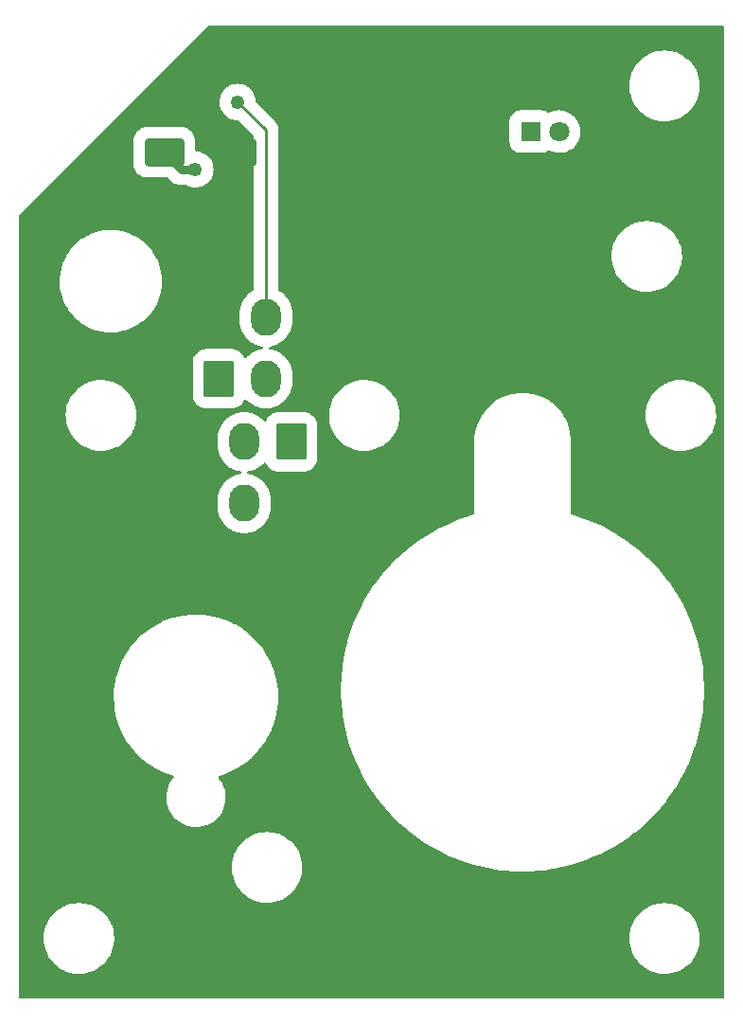
<source format=gbr>
%TF.GenerationSoftware,KiCad,Pcbnew,(6.0.9)*%
%TF.CreationDate,2022-12-27T01:45:07-09:00*%
%TF.ProjectId,PCB_ LANDING GEAR PANEL,5043422c-204c-4414-9e44-494e47204745,rev?*%
%TF.SameCoordinates,Original*%
%TF.FileFunction,Copper,L2,Bot*%
%TF.FilePolarity,Positive*%
%FSLAX46Y46*%
G04 Gerber Fmt 4.6, Leading zero omitted, Abs format (unit mm)*
G04 Created by KiCad (PCBNEW (6.0.9)) date 2022-12-27 01:45:07*
%MOMM*%
%LPD*%
G01*
G04 APERTURE LIST*
G04 Aperture macros list*
%AMRoundRect*
0 Rectangle with rounded corners*
0 $1 Rounding radius*
0 $2 $3 $4 $5 $6 $7 $8 $9 X,Y pos of 4 corners*
0 Add a 4 corners polygon primitive as box body*
4,1,4,$2,$3,$4,$5,$6,$7,$8,$9,$2,$3,0*
0 Add four circle primitives for the rounded corners*
1,1,$1+$1,$2,$3*
1,1,$1+$1,$4,$5*
1,1,$1+$1,$6,$7*
1,1,$1+$1,$8,$9*
0 Add four rect primitives between the rounded corners*
20,1,$1+$1,$2,$3,$4,$5,0*
20,1,$1+$1,$4,$5,$6,$7,0*
20,1,$1+$1,$6,$7,$8,$9,0*
20,1,$1+$1,$8,$9,$2,$3,0*%
G04 Aperture macros list end*
%TA.AperFunction,ComponentPad*%
%ADD10RoundRect,0.250001X-1.099999X-1.399999X1.099999X-1.399999X1.099999X1.399999X-1.099999X1.399999X0*%
%TD*%
%TA.AperFunction,ComponentPad*%
%ADD11O,2.700000X3.300000*%
%TD*%
%TA.AperFunction,ComponentPad*%
%ADD12RoundRect,0.250001X1.099999X1.399999X-1.099999X1.399999X-1.099999X-1.399999X1.099999X-1.399999X0*%
%TD*%
%TA.AperFunction,ComponentPad*%
%ADD13R,1.800000X1.800000*%
%TD*%
%TA.AperFunction,ComponentPad*%
%ADD14C,1.800000*%
%TD*%
%TA.AperFunction,SMDPad,CuDef*%
%ADD15RoundRect,0.250000X-1.500000X-1.000000X1.500000X-1.000000X1.500000X1.000000X-1.500000X1.000000X0*%
%TD*%
%TA.AperFunction,ViaPad*%
%ADD16C,1.250000*%
%TD*%
%TA.AperFunction,Conductor*%
%ADD17C,0.750000*%
%TD*%
%TA.AperFunction,Conductor*%
%ADD18C,0.250000*%
%TD*%
G04 APERTURE END LIST*
D10*
%TO.P,J2,1,Pin_1*%
%TO.N,/LED+5V*%
X81250000Y-71000000D03*
D11*
%TO.P,J2,2,Pin_2*%
X85450000Y-71000000D03*
%TO.P,J2,3,Pin_3*%
%TO.N,/LEDGND*%
X81250000Y-65500000D03*
%TO.P,J2,4,Pin_4*%
%TO.N,/DATAIN*%
X85450000Y-65500000D03*
%TD*%
D12*
%TO.P,J1,1,Pin_1*%
%TO.N,/LED+5V*%
X87700000Y-76650000D03*
D11*
%TO.P,J1,2,Pin_2*%
X83500000Y-76650000D03*
%TO.P,J1,3,Pin_3*%
%TO.N,/LEDGND*%
X87700000Y-82150000D03*
%TO.P,J1,4,Pin_4*%
%TO.N,/DATAOUT*%
X83500000Y-82150000D03*
%TD*%
D13*
%TO.P,D24,1,K*%
%TO.N,Net-(D24-Pad1)*%
X109144000Y-48920400D03*
D14*
%TO.P,D24,2,A*%
%TO.N,/LED+5V*%
X111684000Y-48920400D03*
%TD*%
D15*
%TO.P,C1,1*%
%TO.N,/LED+5V*%
X76353600Y-50774600D03*
%TO.P,C1,2*%
%TO.N,/LEDGND*%
X82853600Y-50774600D03*
%TD*%
D16*
%TO.N,/LEDGND*%
X68350000Y-97200000D03*
X91500000Y-94050000D03*
X103450000Y-72250000D03*
X95200000Y-86400000D03*
X98550000Y-47900000D03*
X115750000Y-70550000D03*
X96650000Y-56800000D03*
X98550000Y-118000000D03*
X114250000Y-63950000D03*
X78967400Y-81665300D03*
X87650000Y-62700000D03*
X96900000Y-64300000D03*
X73300000Y-111600000D03*
X105600000Y-64350000D03*
X100250000Y-72150000D03*
X78750000Y-57450000D03*
X87850000Y-47800000D03*
X90150000Y-110900000D03*
X114100000Y-56600000D03*
X82900000Y-90800000D03*
X87850000Y-53300000D03*
X105600000Y-56700000D03*
X106650000Y-47800000D03*
%TO.N,/LED+5V*%
X79134500Y-52298400D03*
%TO.N,/DATAIN*%
X82919500Y-46269500D03*
%TD*%
D17*
%TO.N,/LED+5V*%
X79134500Y-52298400D02*
X77877400Y-52298400D01*
X77877400Y-52298400D02*
X76353600Y-50774600D01*
D18*
%TO.N,/DATAIN*%
X85450000Y-65500000D02*
X85450000Y-48800000D01*
X85450000Y-48800000D02*
X82919500Y-46269500D01*
%TD*%
%TA.AperFunction,Conductor*%
%TO.N,/LEDGND*%
G36*
X126398821Y-39501502D02*
G01*
X126445314Y-39555158D01*
X126456700Y-39607500D01*
X126456700Y-126254500D01*
X126436698Y-126322621D01*
X126383042Y-126369114D01*
X126330700Y-126380500D01*
X63496200Y-126380500D01*
X63428079Y-126360498D01*
X63381586Y-126306842D01*
X63370200Y-126254500D01*
X63370200Y-120986906D01*
X65561891Y-120986906D01*
X65562475Y-121000840D01*
X65576655Y-121339178D01*
X65577193Y-121342651D01*
X65630057Y-121684136D01*
X65630058Y-121684142D01*
X65630595Y-121687609D01*
X65723039Y-122027857D01*
X65852833Y-122355679D01*
X66018360Y-122666990D01*
X66020352Y-122669899D01*
X66215566Y-122955003D01*
X66215571Y-122955009D01*
X66217557Y-122957910D01*
X66447941Y-123224812D01*
X66450511Y-123227192D01*
X66450515Y-123227196D01*
X66545831Y-123315460D01*
X66706640Y-123464371D01*
X66709462Y-123466452D01*
X66709465Y-123466454D01*
X66804441Y-123536476D01*
X66990431Y-123673600D01*
X66993468Y-123675354D01*
X66993472Y-123675356D01*
X67111843Y-123743697D01*
X67295776Y-123849890D01*
X67298999Y-123851298D01*
X67615648Y-123989639D01*
X67615651Y-123989640D01*
X67618869Y-123991046D01*
X67622226Y-123992085D01*
X67622231Y-123992087D01*
X67952322Y-124094267D01*
X67955682Y-124095307D01*
X68302019Y-124161375D01*
X68566453Y-124181722D01*
X68650064Y-124188155D01*
X68650065Y-124188155D01*
X68653561Y-124188424D01*
X68867124Y-124180966D01*
X69002413Y-124176242D01*
X69002418Y-124176242D01*
X69005928Y-124176119D01*
X69103940Y-124161646D01*
X69351236Y-124125129D01*
X69351242Y-124125128D01*
X69354728Y-124124613D01*
X69358132Y-124123714D01*
X69358135Y-124123713D01*
X69692221Y-124035444D01*
X69692222Y-124035444D01*
X69695612Y-124034548D01*
X70024332Y-123907046D01*
X70336791Y-123743696D01*
X70629095Y-123546535D01*
X70723190Y-123466454D01*
X70894926Y-123320294D01*
X70894927Y-123320293D01*
X70897599Y-123318019D01*
X71136546Y-123063567D01*
X71136547Y-123063566D01*
X71136551Y-123063561D01*
X71138958Y-123060998D01*
X71141068Y-123058178D01*
X71141069Y-123058177D01*
X71348054Y-122781494D01*
X71350163Y-122778675D01*
X71528581Y-122474569D01*
X71530013Y-122471353D01*
X71670557Y-122155686D01*
X71670559Y-122155681D01*
X71671989Y-122152469D01*
X71778599Y-121816392D01*
X71804896Y-121683584D01*
X71805404Y-121681014D01*
X71847082Y-121470525D01*
X71876586Y-121119180D01*
X71877817Y-121031000D01*
X71875352Y-120986906D01*
X117949390Y-120986906D01*
X117949974Y-121000840D01*
X117964154Y-121339178D01*
X117964692Y-121342651D01*
X118017471Y-121683584D01*
X118018094Y-121687610D01*
X118110538Y-122027857D01*
X118240332Y-122355679D01*
X118405859Y-122666990D01*
X118407851Y-122669899D01*
X118603065Y-122955003D01*
X118603070Y-122955009D01*
X118605056Y-122957910D01*
X118835440Y-123224813D01*
X119094140Y-123464372D01*
X119377931Y-123673600D01*
X119380968Y-123675354D01*
X119380972Y-123675356D01*
X119542653Y-123768703D01*
X119683276Y-123849891D01*
X119810365Y-123905415D01*
X120003147Y-123989640D01*
X120003150Y-123989641D01*
X120006368Y-123991047D01*
X120009725Y-123992086D01*
X120009730Y-123992088D01*
X120149795Y-124035445D01*
X120343182Y-124095308D01*
X120689519Y-124161376D01*
X120953953Y-124181723D01*
X121037564Y-124188156D01*
X121037565Y-124188156D01*
X121041061Y-124188425D01*
X121254624Y-124180967D01*
X121389913Y-124176243D01*
X121389918Y-124176243D01*
X121393428Y-124176120D01*
X121396916Y-124175605D01*
X121738736Y-124125130D01*
X121738742Y-124125129D01*
X121742228Y-124124614D01*
X121745632Y-124123715D01*
X121745635Y-124123714D01*
X122079721Y-124035445D01*
X122079722Y-124035445D01*
X122083112Y-124034549D01*
X122411833Y-123907046D01*
X122553466Y-123833003D01*
X122721177Y-123745326D01*
X122721184Y-123745322D01*
X122724292Y-123743697D01*
X122727197Y-123741738D01*
X122727203Y-123741734D01*
X123013686Y-123548497D01*
X123016595Y-123546535D01*
X123285100Y-123318020D01*
X123370389Y-123227197D01*
X123524048Y-123063567D01*
X123524052Y-123063562D01*
X123526459Y-123060999D01*
X123528564Y-123058185D01*
X123528570Y-123058178D01*
X123735555Y-122781495D01*
X123735556Y-122781494D01*
X123737664Y-122778676D01*
X123739446Y-122775640D01*
X123805947Y-122662290D01*
X123916082Y-122474569D01*
X123967628Y-122358796D01*
X124058058Y-122155687D01*
X124058060Y-122155682D01*
X124059490Y-122152470D01*
X124166100Y-121816392D01*
X124192397Y-121683584D01*
X124192905Y-121681014D01*
X124234583Y-121470525D01*
X124264087Y-121119180D01*
X124265318Y-121031000D01*
X124245636Y-120678968D01*
X124230604Y-120590091D01*
X124187424Y-120334792D01*
X124187422Y-120334784D01*
X124186837Y-120331324D01*
X124089652Y-119992400D01*
X124072531Y-119950860D01*
X123956632Y-119669667D01*
X123956628Y-119669659D01*
X123955294Y-119666422D01*
X123874486Y-119519433D01*
X123787132Y-119360536D01*
X123787127Y-119360529D01*
X123785436Y-119357452D01*
X123582196Y-119069342D01*
X123348108Y-118805682D01*
X123086089Y-118569759D01*
X122799404Y-118364513D01*
X122796341Y-118362801D01*
X122796336Y-118362798D01*
X122638670Y-118274682D01*
X122491628Y-118192502D01*
X122488383Y-118191138D01*
X122488379Y-118191136D01*
X122307935Y-118115285D01*
X122166596Y-118055871D01*
X122163233Y-118054881D01*
X122163224Y-118054878D01*
X121954831Y-117993545D01*
X121828359Y-117956323D01*
X121549115Y-117907085D01*
X121484594Y-117895708D01*
X121484592Y-117895708D01*
X121481134Y-117895098D01*
X121477625Y-117894877D01*
X121477623Y-117894877D01*
X121132766Y-117873180D01*
X121132760Y-117873180D01*
X121129248Y-117872959D01*
X121030401Y-117877794D01*
X120780594Y-117890011D01*
X120780586Y-117890012D01*
X120777087Y-117890183D01*
X120773619Y-117890745D01*
X120773616Y-117890745D01*
X120432515Y-117945991D01*
X120432512Y-117945992D01*
X120429040Y-117946554D01*
X120425653Y-117947500D01*
X120425647Y-117947501D01*
X120144427Y-118026019D01*
X120089447Y-118041370D01*
X120050180Y-118057235D01*
X119765803Y-118172130D01*
X119765801Y-118172131D01*
X119762539Y-118173449D01*
X119759452Y-118175118D01*
X119759448Y-118175120D01*
X119729820Y-118191140D01*
X119452391Y-118341146D01*
X119162868Y-118542369D01*
X119160226Y-118544682D01*
X119160222Y-118544685D01*
X119128888Y-118572116D01*
X118897581Y-118774611D01*
X118659834Y-119034977D01*
X118452591Y-119320222D01*
X118278437Y-119626790D01*
X118277050Y-119630025D01*
X118277048Y-119630030D01*
X118140925Y-119947628D01*
X118139540Y-119950860D01*
X118123367Y-120004427D01*
X118046186Y-120260062D01*
X118037632Y-120288393D01*
X118016507Y-120403494D01*
X117982261Y-120590092D01*
X117973985Y-120635183D01*
X117949390Y-120986906D01*
X71875352Y-120986906D01*
X71858135Y-120678968D01*
X71843103Y-120590091D01*
X71799923Y-120334792D01*
X71799921Y-120334784D01*
X71799336Y-120331324D01*
X71702151Y-119992401D01*
X71700812Y-119989152D01*
X71569131Y-119669668D01*
X71569127Y-119669660D01*
X71567793Y-119666423D01*
X71397935Y-119357453D01*
X71194696Y-119069343D01*
X70960607Y-118805683D01*
X70698588Y-118569760D01*
X70695738Y-118567719D01*
X70695731Y-118567714D01*
X70414758Y-118366557D01*
X70414755Y-118366555D01*
X70411904Y-118364514D01*
X70104127Y-118192503D01*
X69779095Y-118055872D01*
X69775732Y-118054882D01*
X69775723Y-118054879D01*
X69567055Y-117993465D01*
X69440859Y-117956324D01*
X69161615Y-117907086D01*
X69097094Y-117895709D01*
X69097092Y-117895709D01*
X69093634Y-117895099D01*
X69090125Y-117894878D01*
X69090123Y-117894878D01*
X68745266Y-117873181D01*
X68745260Y-117873181D01*
X68741748Y-117872960D01*
X68640617Y-117877906D01*
X68393094Y-117890011D01*
X68393085Y-117890012D01*
X68389587Y-117890183D01*
X68386119Y-117890745D01*
X68386116Y-117890745D01*
X68045016Y-117945992D01*
X68045013Y-117945993D01*
X68041541Y-117946555D01*
X68038158Y-117947500D01*
X68038156Y-117947500D01*
X68008737Y-117955714D01*
X67701947Y-118041371D01*
X67698699Y-118042683D01*
X67698691Y-118042686D01*
X67378303Y-118172131D01*
X67378299Y-118172133D01*
X67375039Y-118173450D01*
X67371952Y-118175119D01*
X67371948Y-118175121D01*
X67342322Y-118191140D01*
X67064891Y-118341147D01*
X66775369Y-118542370D01*
X66772727Y-118544683D01*
X66772723Y-118544686D01*
X66741390Y-118572116D01*
X66510081Y-118774612D01*
X66272335Y-119034978D01*
X66065092Y-119320222D01*
X65890937Y-119626790D01*
X65872560Y-119669667D01*
X65762569Y-119926297D01*
X65752041Y-119950860D01*
X65735868Y-120004427D01*
X65651153Y-120285017D01*
X65650133Y-120288394D01*
X65629008Y-120403494D01*
X65594762Y-120590092D01*
X65586486Y-120635183D01*
X65561891Y-120986906D01*
X63370200Y-120986906D01*
X63370200Y-114636906D01*
X82389391Y-114636906D01*
X82389975Y-114650840D01*
X82404155Y-114989178D01*
X82407014Y-115007647D01*
X82445628Y-115257074D01*
X82458095Y-115337609D01*
X82550539Y-115677857D01*
X82680333Y-116005679D01*
X82845860Y-116316990D01*
X82847852Y-116319899D01*
X83043066Y-116605003D01*
X83043071Y-116605009D01*
X83045057Y-116607910D01*
X83275441Y-116874812D01*
X83534140Y-117114371D01*
X83817931Y-117323600D01*
X83820968Y-117325354D01*
X83820972Y-117325356D01*
X83942168Y-117395328D01*
X84123276Y-117499890D01*
X84250368Y-117555415D01*
X84443148Y-117639639D01*
X84443151Y-117639640D01*
X84446369Y-117641046D01*
X84449726Y-117642085D01*
X84449731Y-117642087D01*
X84779822Y-117744267D01*
X84783182Y-117745307D01*
X85129519Y-117811375D01*
X85393953Y-117831722D01*
X85477564Y-117838155D01*
X85477565Y-117838155D01*
X85481061Y-117838424D01*
X85694624Y-117830966D01*
X85829913Y-117826242D01*
X85829918Y-117826242D01*
X85833428Y-117826119D01*
X85836909Y-117825605D01*
X86178736Y-117775129D01*
X86178742Y-117775128D01*
X86182228Y-117774613D01*
X86185632Y-117773714D01*
X86185635Y-117773713D01*
X86519721Y-117685444D01*
X86519722Y-117685444D01*
X86523112Y-117684548D01*
X86851832Y-117557046D01*
X87164291Y-117393696D01*
X87456595Y-117196535D01*
X87550690Y-117116454D01*
X87722426Y-116970294D01*
X87722427Y-116970293D01*
X87725099Y-116968019D01*
X87815124Y-116872152D01*
X87964047Y-116713566D01*
X87964051Y-116713561D01*
X87966458Y-116710998D01*
X87968563Y-116708184D01*
X87968569Y-116708177D01*
X88175554Y-116431494D01*
X88177663Y-116428675D01*
X88356081Y-116124569D01*
X88357513Y-116121353D01*
X88498057Y-115805686D01*
X88498059Y-115805681D01*
X88499489Y-115802469D01*
X88606099Y-115466392D01*
X88632396Y-115333584D01*
X88647545Y-115257074D01*
X88674582Y-115120525D01*
X88700544Y-114811357D01*
X88703903Y-114771362D01*
X88703903Y-114771355D01*
X88704086Y-114769180D01*
X88705317Y-114681000D01*
X88692982Y-114460367D01*
X88685831Y-114332477D01*
X88685635Y-114328968D01*
X88668685Y-114228752D01*
X88627423Y-113984792D01*
X88627421Y-113984784D01*
X88626836Y-113981324D01*
X88529651Y-113642401D01*
X88485451Y-113535163D01*
X88396631Y-113319668D01*
X88396627Y-113319660D01*
X88395293Y-113316423D01*
X88225435Y-113007453D01*
X88022196Y-112719343D01*
X87788107Y-112455683D01*
X87526088Y-112219760D01*
X87523238Y-112217719D01*
X87523231Y-112217714D01*
X87242258Y-112016557D01*
X87242255Y-112016555D01*
X87239404Y-112014514D01*
X86931627Y-111842503D01*
X86606595Y-111705872D01*
X86603232Y-111704882D01*
X86603223Y-111704879D01*
X86384462Y-111640495D01*
X86268359Y-111606324D01*
X85989115Y-111557086D01*
X85924594Y-111545709D01*
X85924592Y-111545709D01*
X85921134Y-111545099D01*
X85917625Y-111544878D01*
X85917623Y-111544878D01*
X85572766Y-111523181D01*
X85572760Y-111523181D01*
X85569248Y-111522960D01*
X85468117Y-111527906D01*
X85220594Y-111540011D01*
X85220585Y-111540012D01*
X85217087Y-111540183D01*
X85213619Y-111540745D01*
X85213616Y-111540745D01*
X84872516Y-111595992D01*
X84872513Y-111595993D01*
X84869041Y-111596555D01*
X84865658Y-111597500D01*
X84865656Y-111597500D01*
X84840646Y-111604483D01*
X84529447Y-111691371D01*
X84526199Y-111692683D01*
X84526191Y-111692686D01*
X84205803Y-111822131D01*
X84205799Y-111822133D01*
X84202539Y-111823450D01*
X84199452Y-111825119D01*
X84199448Y-111825121D01*
X84169822Y-111841140D01*
X83892391Y-111991147D01*
X83602869Y-112192370D01*
X83600227Y-112194683D01*
X83600223Y-112194686D01*
X83568889Y-112222117D01*
X83337581Y-112424612D01*
X83335205Y-112427214D01*
X83335203Y-112427216D01*
X83311620Y-112453043D01*
X83099835Y-112684978D01*
X82892592Y-112970222D01*
X82718437Y-113276790D01*
X82700060Y-113319668D01*
X82590069Y-113576297D01*
X82579541Y-113600860D01*
X82477633Y-113938394D01*
X82456508Y-114053495D01*
X82422262Y-114240092D01*
X82413986Y-114285183D01*
X82389391Y-114636906D01*
X63370200Y-114636906D01*
X63370200Y-99492350D01*
X71841973Y-99492350D01*
X71849361Y-99665014D01*
X71864468Y-100018099D01*
X71924495Y-100540893D01*
X71924907Y-100543082D01*
X71924908Y-100543091D01*
X72008418Y-100987175D01*
X72021747Y-101058058D01*
X72022319Y-101060231D01*
X72022320Y-101060235D01*
X72116201Y-101416818D01*
X72155726Y-101566946D01*
X72325747Y-102064953D01*
X72326621Y-102067016D01*
X72326624Y-102067025D01*
X72517335Y-102517403D01*
X72530938Y-102549529D01*
X72770251Y-103018194D01*
X72771415Y-103020119D01*
X72771419Y-103020127D01*
X72962833Y-103336812D01*
X73042459Y-103468550D01*
X73346170Y-103898291D01*
X73679829Y-104305217D01*
X74041728Y-104687247D01*
X74043393Y-104688770D01*
X74043395Y-104688772D01*
X74153323Y-104789326D01*
X74430015Y-105042423D01*
X74842703Y-105368930D01*
X74844564Y-105370197D01*
X74844572Y-105370203D01*
X75068411Y-105522609D01*
X75277679Y-105665094D01*
X75732716Y-105929401D01*
X75734724Y-105930383D01*
X75734738Y-105930390D01*
X76078698Y-106098522D01*
X76205487Y-106160498D01*
X76693570Y-106357201D01*
X76695709Y-106357890D01*
X76695715Y-106357892D01*
X77130419Y-106497879D01*
X77189130Y-106537799D01*
X77216938Y-106603124D01*
X77205014Y-106673112D01*
X77190337Y-106696337D01*
X77026277Y-106902220D01*
X77023912Y-106905188D01*
X76856154Y-107177342D01*
X76722307Y-107467679D01*
X76721148Y-107471279D01*
X76721145Y-107471286D01*
X76625471Y-107768385D01*
X76624309Y-107771994D01*
X76623590Y-107775710D01*
X76623588Y-107775718D01*
X76564299Y-108082159D01*
X76563580Y-108085877D01*
X76563313Y-108089653D01*
X76563312Y-108089658D01*
X76558849Y-108152691D01*
X76541001Y-108404783D01*
X76542047Y-108425788D01*
X76556897Y-108724092D01*
X76557538Y-108727823D01*
X76557539Y-108727831D01*
X76597922Y-108962840D01*
X76611039Y-109039179D01*
X76612127Y-109042818D01*
X76612128Y-109042821D01*
X76634136Y-109116409D01*
X76702642Y-109345479D01*
X76704155Y-109348950D01*
X76704157Y-109348956D01*
X76731283Y-109411192D01*
X76830379Y-109638555D01*
X76992401Y-109914163D01*
X77186360Y-110168311D01*
X77409447Y-110397315D01*
X77658429Y-110597861D01*
X77661646Y-110599867D01*
X77661654Y-110599873D01*
X77926474Y-110765028D01*
X77929702Y-110767041D01*
X78219334Y-110902407D01*
X78523131Y-111001997D01*
X78836693Y-111064368D01*
X78840465Y-111064655D01*
X78840473Y-111064656D01*
X79151699Y-111088330D01*
X79151704Y-111088330D01*
X79155476Y-111088617D01*
X79474864Y-111074393D01*
X79790229Y-111021902D01*
X80097005Y-110931904D01*
X80390746Y-110805703D01*
X80394024Y-110803799D01*
X80394030Y-110803796D01*
X80554830Y-110710395D01*
X80667199Y-110645126D01*
X80670225Y-110642842D01*
X80670232Y-110642837D01*
X80919331Y-110454786D01*
X80922358Y-110452501D01*
X81152528Y-110230616D01*
X81354374Y-109982687D01*
X81395707Y-109917178D01*
X81522946Y-109715517D01*
X81522948Y-109715514D01*
X81524973Y-109712304D01*
X81661853Y-109423384D01*
X81763032Y-109120113D01*
X81827044Y-108806882D01*
X81852962Y-108488230D01*
X81853545Y-108432600D01*
X81853135Y-108425788D01*
X81834534Y-108117253D01*
X81834534Y-108117249D01*
X81834306Y-108113475D01*
X81776868Y-107798973D01*
X81682062Y-107493649D01*
X81551262Y-107201926D01*
X81386363Y-106928030D01*
X81384036Y-106925046D01*
X81384031Y-106925039D01*
X81235519Y-106734610D01*
X81204361Y-106694658D01*
X81178241Y-106628640D01*
X81191959Y-106558982D01*
X81241160Y-106507798D01*
X81271213Y-106495436D01*
X81285792Y-106491544D01*
X81345528Y-106475594D01*
X81345543Y-106475589D01*
X81347713Y-106475010D01*
X81349842Y-106474275D01*
X81349848Y-106474273D01*
X81548866Y-106405551D01*
X81845123Y-106303252D01*
X82021377Y-106227891D01*
X82326900Y-106097260D01*
X82326915Y-106097253D01*
X82328980Y-106096370D01*
X82330992Y-106095334D01*
X82794802Y-105856457D01*
X82794810Y-105856453D01*
X82796807Y-105855424D01*
X83246209Y-105581645D01*
X83248057Y-105580329D01*
X83248065Y-105580324D01*
X83673041Y-105277751D01*
X83673053Y-105277741D01*
X83674887Y-105276436D01*
X83777159Y-105191980D01*
X84078923Y-104942783D01*
X84078928Y-104942778D01*
X84080647Y-104941359D01*
X84174084Y-104852225D01*
X84459781Y-104579683D01*
X84459782Y-104579682D01*
X84461411Y-104578128D01*
X84815230Y-104188603D01*
X84816604Y-104186854D01*
X84816614Y-104186842D01*
X85138899Y-103776554D01*
X85138900Y-103776553D01*
X85140294Y-103774778D01*
X85434938Y-103338771D01*
X85478556Y-103263071D01*
X85696530Y-102884766D01*
X85697655Y-102882814D01*
X85927100Y-102409239D01*
X85951698Y-102347585D01*
X86084074Y-102015779D01*
X86122098Y-101920472D01*
X86281652Y-101419014D01*
X86404944Y-100907432D01*
X86491344Y-100388344D01*
X86540409Y-99864407D01*
X86542286Y-99799252D01*
X86552548Y-99443024D01*
X86552548Y-99443015D01*
X86552606Y-99441000D01*
X86543443Y-99185013D01*
X92166230Y-99185013D01*
X92166304Y-99186555D01*
X92204083Y-99974666D01*
X92204444Y-99982205D01*
X92204597Y-99983776D01*
X92281260Y-100771366D01*
X92281765Y-100776559D01*
X92281990Y-100778086D01*
X92281992Y-100778104D01*
X92323206Y-101058058D01*
X92398006Y-101566157D01*
X92552887Y-102349093D01*
X92746033Y-103123477D01*
X92746476Y-103124942D01*
X92746480Y-103124957D01*
X92942921Y-103774778D01*
X92976979Y-103887441D01*
X92977502Y-103888906D01*
X93243154Y-104633497D01*
X93245167Y-104639140D01*
X93245753Y-104640558D01*
X93245756Y-104640566D01*
X93549361Y-105375335D01*
X93549950Y-105376760D01*
X93550608Y-105378154D01*
X93550611Y-105378161D01*
X93886747Y-106090372D01*
X93890593Y-106098522D01*
X93891317Y-106099879D01*
X93891321Y-106099887D01*
X93931054Y-106174361D01*
X94266272Y-106802682D01*
X94676082Y-107487541D01*
X95119033Y-108151447D01*
X95119947Y-108152681D01*
X95119954Y-108152691D01*
X95303863Y-108400994D01*
X95594056Y-108792797D01*
X95595032Y-108793987D01*
X95595033Y-108793989D01*
X96096247Y-109405457D01*
X96100005Y-109410042D01*
X96635659Y-110001694D01*
X97199724Y-110566325D01*
X97461494Y-110803796D01*
X97789692Y-111101530D01*
X97789704Y-111101540D01*
X97790839Y-111102570D01*
X98407578Y-111609137D01*
X99048451Y-112084802D01*
X99049736Y-112085661D01*
X99710638Y-112527566D01*
X99710653Y-112527575D01*
X99711913Y-112528418D01*
X100396362Y-112938913D01*
X100397735Y-112939647D01*
X100397738Y-112939649D01*
X100454905Y-112970222D01*
X101100146Y-113315298D01*
X101821565Y-113656663D01*
X102379642Y-113887913D01*
X102552309Y-113959461D01*
X102558880Y-113962184D01*
X102814006Y-114053495D01*
X103308845Y-114230601D01*
X103308857Y-114230605D01*
X103310310Y-114231125D01*
X103500097Y-114288705D01*
X104067391Y-114460818D01*
X104074042Y-114462836D01*
X104075554Y-114463215D01*
X104075555Y-114463215D01*
X104846727Y-114656381D01*
X104846736Y-114656383D01*
X104848233Y-114656758D01*
X105631013Y-114812422D01*
X106420494Y-114929454D01*
X107214770Y-115007570D01*
X107309823Y-115012222D01*
X108010346Y-115046505D01*
X108010355Y-115046505D01*
X108011924Y-115046582D01*
X108013496Y-115046582D01*
X108413533Y-115046489D01*
X108810032Y-115046397D01*
X108811589Y-115046320D01*
X108811592Y-115046320D01*
X109404656Y-115017019D01*
X109607168Y-115007013D01*
X109608714Y-115006860D01*
X109608717Y-115006860D01*
X110399840Y-114928683D01*
X110399842Y-114928683D01*
X110401408Y-114928528D01*
X110402958Y-114928297D01*
X110402970Y-114928296D01*
X110722986Y-114880705D01*
X111190834Y-114811129D01*
X111580546Y-114733442D01*
X111972029Y-114655402D01*
X111972044Y-114655399D01*
X111973542Y-114655100D01*
X112031981Y-114640433D01*
X112746142Y-114461195D01*
X112746162Y-114461189D01*
X112747642Y-114460818D01*
X113511266Y-114228752D01*
X114262571Y-113959461D01*
X114264002Y-113958867D01*
X114264013Y-113958863D01*
X114619015Y-113811567D01*
X114999744Y-113653597D01*
X115001124Y-113652943D01*
X115001147Y-113652933D01*
X115522184Y-113406088D01*
X115721005Y-113311896D01*
X115792302Y-113273724D01*
X116301057Y-113001336D01*
X116424613Y-112935184D01*
X116905343Y-112646564D01*
X117107554Y-112525161D01*
X117107563Y-112525155D01*
X117108871Y-112524370D01*
X117110144Y-112523518D01*
X117110155Y-112523511D01*
X117560459Y-112222117D01*
X117772126Y-112080446D01*
X118412779Y-111604483D01*
X118485279Y-111544878D01*
X118781733Y-111301150D01*
X119029282Y-111097629D01*
X119620147Y-110561108D01*
X119671144Y-110510013D01*
X120177402Y-110002777D01*
X120183950Y-109996216D01*
X120199085Y-109979484D01*
X120718295Y-109405457D01*
X120719328Y-109404315D01*
X121224989Y-108786834D01*
X121268648Y-108727831D01*
X121698785Y-108146519D01*
X121698792Y-108146509D01*
X121699714Y-108145263D01*
X122142356Y-107481151D01*
X122185176Y-107409517D01*
X122551055Y-106797426D01*
X122551055Y-106797425D01*
X122551847Y-106796101D01*
X122689501Y-106537799D01*
X122926477Y-106093121D01*
X122926479Y-106093118D01*
X122927199Y-106091766D01*
X123038122Y-105856457D01*
X123266838Y-105371263D01*
X123266845Y-105371247D01*
X123267505Y-105369847D01*
X123571945Y-104632085D01*
X123839784Y-103880261D01*
X123872185Y-103772901D01*
X124068175Y-103123477D01*
X124070374Y-103116190D01*
X124073662Y-103102984D01*
X124262787Y-102343215D01*
X124262788Y-102343210D01*
X124263160Y-102341716D01*
X124406206Y-101616837D01*
X124417376Y-101560235D01*
X124417378Y-101560222D01*
X124417677Y-101558708D01*
X124533550Y-100769056D01*
X124597250Y-100111470D01*
X124610353Y-99976205D01*
X124610353Y-99976202D01*
X124610502Y-99974666D01*
X124633291Y-99494599D01*
X124648271Y-99179016D01*
X124648271Y-99179014D01*
X124648345Y-99177456D01*
X124647092Y-98440542D01*
X124646991Y-98380882D01*
X124646991Y-98380866D01*
X124646988Y-98379349D01*
X124606436Y-97582272D01*
X124534294Y-96863014D01*
X124526940Y-96789689D01*
X124526938Y-96789671D01*
X124526785Y-96788148D01*
X124408229Y-95998895D01*
X124251052Y-95216416D01*
X124055635Y-94442602D01*
X123822449Y-93679319D01*
X123552057Y-92928410D01*
X123248582Y-92200016D01*
X123245700Y-92193098D01*
X123245698Y-92193094D01*
X123245112Y-92191687D01*
X123232184Y-92164500D01*
X123046778Y-91774626D01*
X122902354Y-91470928D01*
X122764664Y-91214660D01*
X122525327Y-90769207D01*
X122525322Y-90769199D01*
X122524610Y-90767873D01*
X122523826Y-90766571D01*
X122113587Y-90085535D01*
X122113575Y-90085515D01*
X122112793Y-90084218D01*
X122049489Y-89989937D01*
X121668758Y-89422897D01*
X121668754Y-89422891D01*
X121667897Y-89421615D01*
X121666996Y-89420406D01*
X121666984Y-89420389D01*
X121251584Y-88862967D01*
X121190994Y-88781661D01*
X120683237Y-88165902D01*
X120145850Y-87575824D01*
X119580131Y-87012851D01*
X119578999Y-87011830D01*
X119578982Y-87011814D01*
X118988606Y-86479388D01*
X118988603Y-86479385D01*
X118987446Y-86478342D01*
X118369224Y-85973586D01*
X118162630Y-85821187D01*
X117728197Y-85500717D01*
X117728178Y-85500704D01*
X117726957Y-85499803D01*
X117062197Y-85058135D01*
X117060899Y-85057362D01*
X117060882Y-85057351D01*
X116682455Y-84831898D01*
X116376547Y-84649649D01*
X115671663Y-84275331D01*
X114949244Y-83936084D01*
X114807097Y-83877670D01*
X114212470Y-83633315D01*
X114211037Y-83632726D01*
X113458821Y-83365991D01*
X112793380Y-83166230D01*
X112733887Y-83127487D01*
X112704785Y-83062730D01*
X112703608Y-83045432D01*
X112703880Y-82757460D01*
X112707148Y-79289051D01*
X112709633Y-76652627D01*
X112710626Y-76636957D01*
X112713708Y-76612557D01*
X112713708Y-76612551D01*
X112714148Y-76609071D01*
X112714540Y-76581000D01*
X112714197Y-76577503D01*
X112714124Y-76575769D01*
X112713926Y-76573023D01*
X112696056Y-76186482D01*
X112696055Y-76186475D01*
X112695922Y-76183591D01*
X112659866Y-75925113D01*
X112641362Y-75792461D01*
X112641361Y-75792458D01*
X112640959Y-75789573D01*
X112556720Y-75431415D01*
X112550542Y-75405147D01*
X112550540Y-75405142D01*
X112549874Y-75402308D01*
X112423446Y-75025098D01*
X112262753Y-74661163D01*
X112069166Y-74313607D01*
X112022189Y-74245029D01*
X119409890Y-74245029D01*
X119410474Y-74258963D01*
X119424654Y-74597301D01*
X119434954Y-74663836D01*
X119477971Y-74941707D01*
X119478594Y-74945733D01*
X119571038Y-75285980D01*
X119700832Y-75613802D01*
X119702487Y-75616914D01*
X119702489Y-75616919D01*
X119768114Y-75740341D01*
X119866359Y-75925113D01*
X119868351Y-75928022D01*
X120063565Y-76213126D01*
X120063570Y-76213132D01*
X120065556Y-76216033D01*
X120295940Y-76482936D01*
X120298510Y-76485316D01*
X120298514Y-76485320D01*
X120393830Y-76573583D01*
X120554640Y-76722495D01*
X120838431Y-76931723D01*
X120841468Y-76933477D01*
X120841472Y-76933479D01*
X120999803Y-77024891D01*
X121143776Y-77108014D01*
X121270865Y-77163538D01*
X121463647Y-77247763D01*
X121463650Y-77247764D01*
X121466868Y-77249170D01*
X121470225Y-77250209D01*
X121470230Y-77250211D01*
X121610295Y-77293568D01*
X121803682Y-77353431D01*
X122150019Y-77419499D01*
X122414453Y-77439846D01*
X122498064Y-77446279D01*
X122498065Y-77446279D01*
X122501561Y-77446548D01*
X122715124Y-77439090D01*
X122850413Y-77434366D01*
X122850418Y-77434366D01*
X122853928Y-77434243D01*
X122857416Y-77433728D01*
X123199236Y-77383253D01*
X123199242Y-77383252D01*
X123202728Y-77382737D01*
X123206132Y-77381838D01*
X123206135Y-77381837D01*
X123540221Y-77293568D01*
X123540222Y-77293568D01*
X123543612Y-77292672D01*
X123872333Y-77165169D01*
X124013966Y-77091126D01*
X124181677Y-77003449D01*
X124181684Y-77003445D01*
X124184792Y-77001820D01*
X124187697Y-76999861D01*
X124187703Y-76999857D01*
X124474186Y-76806620D01*
X124477095Y-76804658D01*
X124745600Y-76576143D01*
X124830889Y-76485320D01*
X124984548Y-76321690D01*
X124984552Y-76321685D01*
X124986959Y-76319122D01*
X124989064Y-76316308D01*
X124989070Y-76316301D01*
X125196055Y-76039618D01*
X125196056Y-76039617D01*
X125198164Y-76036799D01*
X125199946Y-76033763D01*
X125266447Y-75920413D01*
X125376582Y-75732692D01*
X125428128Y-75616919D01*
X125518558Y-75413810D01*
X125518560Y-75413805D01*
X125519990Y-75410593D01*
X125626600Y-75074515D01*
X125632029Y-75047099D01*
X125658593Y-74912936D01*
X125695083Y-74728648D01*
X125715632Y-74483940D01*
X125724404Y-74379485D01*
X125724404Y-74379478D01*
X125724587Y-74377303D01*
X125725818Y-74289123D01*
X125725688Y-74286783D01*
X125706332Y-73940600D01*
X125706136Y-73937091D01*
X125691104Y-73848214D01*
X125647924Y-73592915D01*
X125647922Y-73592907D01*
X125647337Y-73589447D01*
X125550152Y-73250523D01*
X125533031Y-73208983D01*
X125417132Y-72927790D01*
X125417128Y-72927782D01*
X125415794Y-72924545D01*
X125295673Y-72706046D01*
X125247632Y-72618659D01*
X125247627Y-72618652D01*
X125245936Y-72615575D01*
X125240665Y-72608102D01*
X125044727Y-72330344D01*
X125044726Y-72330343D01*
X125042696Y-72327465D01*
X124808608Y-72063805D01*
X124546589Y-71827882D01*
X124259904Y-71622636D01*
X124256841Y-71620924D01*
X124256836Y-71620921D01*
X124099170Y-71532805D01*
X123952128Y-71450625D01*
X123948883Y-71449261D01*
X123948879Y-71449259D01*
X123768435Y-71373408D01*
X123627096Y-71313994D01*
X123623733Y-71313004D01*
X123623724Y-71313001D01*
X123415331Y-71251668D01*
X123288859Y-71214446D01*
X123009615Y-71165208D01*
X122945094Y-71153831D01*
X122945092Y-71153831D01*
X122941634Y-71153221D01*
X122938125Y-71153000D01*
X122938123Y-71153000D01*
X122593266Y-71131303D01*
X122593260Y-71131303D01*
X122589748Y-71131082D01*
X122490901Y-71135917D01*
X122241094Y-71148134D01*
X122241086Y-71148135D01*
X122237587Y-71148306D01*
X122234119Y-71148868D01*
X122234116Y-71148868D01*
X121893015Y-71204114D01*
X121893012Y-71204115D01*
X121889540Y-71204677D01*
X121886153Y-71205623D01*
X121886147Y-71205624D01*
X121604927Y-71284142D01*
X121549947Y-71299493D01*
X121510680Y-71315358D01*
X121226303Y-71430253D01*
X121226301Y-71430254D01*
X121223039Y-71431572D01*
X121219952Y-71433241D01*
X121219948Y-71433243D01*
X121190320Y-71449263D01*
X120912891Y-71599269D01*
X120623368Y-71800492D01*
X120620726Y-71802805D01*
X120620722Y-71802808D01*
X120498668Y-71909659D01*
X120358081Y-72032734D01*
X120120334Y-72293100D01*
X119913091Y-72578345D01*
X119738937Y-72884913D01*
X119737550Y-72888148D01*
X119737548Y-72888153D01*
X119603562Y-73200766D01*
X119600040Y-73208983D01*
X119583867Y-73262550D01*
X119506686Y-73518185D01*
X119498132Y-73546516D01*
X119481968Y-73634587D01*
X119442761Y-73848215D01*
X119434485Y-73893306D01*
X119409890Y-74245029D01*
X112022189Y-74245029D01*
X111844336Y-73985395D01*
X111842488Y-73983169D01*
X111842480Y-73983159D01*
X111592039Y-73681565D01*
X111592036Y-73681562D01*
X111590182Y-73679329D01*
X111308871Y-73398018D01*
X111241155Y-73341787D01*
X111005041Y-73145720D01*
X111005031Y-73145712D01*
X111002805Y-73143864D01*
X110674593Y-72919034D01*
X110342328Y-72733964D01*
X110329594Y-72726871D01*
X110329590Y-72726869D01*
X110327037Y-72725447D01*
X109963102Y-72564754D01*
X109585892Y-72438326D01*
X109583058Y-72437660D01*
X109583053Y-72437658D01*
X109411417Y-72397289D01*
X109198627Y-72347241D01*
X109195742Y-72346839D01*
X109195739Y-72346838D01*
X108830918Y-72295948D01*
X108804609Y-72292278D01*
X108801725Y-72292145D01*
X108801718Y-72292144D01*
X108410098Y-72274039D01*
X108407200Y-72273905D01*
X108404302Y-72274039D01*
X108012682Y-72292144D01*
X108012675Y-72292145D01*
X108009791Y-72292278D01*
X107983482Y-72295948D01*
X107618661Y-72346838D01*
X107618658Y-72346839D01*
X107615773Y-72347241D01*
X107402983Y-72397289D01*
X107231347Y-72437658D01*
X107231342Y-72437660D01*
X107228508Y-72438326D01*
X106851298Y-72564754D01*
X106487363Y-72725447D01*
X106484810Y-72726869D01*
X106484806Y-72726871D01*
X106472072Y-72733964D01*
X106139807Y-72919034D01*
X105811595Y-73143864D01*
X105809369Y-73145712D01*
X105809359Y-73145720D01*
X105573245Y-73341787D01*
X105505529Y-73398018D01*
X105224218Y-73679329D01*
X105222364Y-73681562D01*
X105222361Y-73681565D01*
X104971920Y-73983159D01*
X104971912Y-73983169D01*
X104970064Y-73985395D01*
X104745234Y-74313607D01*
X104551647Y-74661163D01*
X104390954Y-75025098D01*
X104264526Y-75402308D01*
X104263860Y-75405142D01*
X104263858Y-75405147D01*
X104257680Y-75431415D01*
X104173441Y-75789573D01*
X104173039Y-75792458D01*
X104173038Y-75792461D01*
X104154534Y-75925113D01*
X104118478Y-76183591D01*
X104118345Y-76186475D01*
X104118344Y-76186482D01*
X104101502Y-76550773D01*
X104100851Y-76558993D01*
X104100645Y-76560831D01*
X104100645Y-76560839D01*
X104099958Y-76566963D01*
X104100448Y-76572801D01*
X104100471Y-76573076D01*
X104100440Y-76573079D01*
X104100381Y-76575023D01*
X104100347Y-76575769D01*
X104100105Y-76580999D01*
X104099683Y-76580980D01*
X104099676Y-76581123D01*
X104101137Y-76581000D01*
X104104258Y-76618168D01*
X104104700Y-76628711D01*
X104104700Y-83047238D01*
X104084698Y-83115359D01*
X104031042Y-83161852D01*
X104014985Y-83167900D01*
X103529314Y-83313941D01*
X103392354Y-83355125D01*
X103348396Y-83368343D01*
X103346953Y-83368856D01*
X103346933Y-83368862D01*
X102959138Y-83506578D01*
X102596304Y-83635428D01*
X101858237Y-83939129D01*
X101135977Y-84278713D01*
X101134633Y-84279427D01*
X101134626Y-84279431D01*
X101054962Y-84321783D01*
X100431267Y-84653359D01*
X100311494Y-84724791D01*
X99747136Y-85061371D01*
X99747124Y-85061378D01*
X99745807Y-85062164D01*
X99081252Y-85504141D01*
X98439207Y-85978223D01*
X97821219Y-86483266D01*
X97228783Y-87018051D01*
X97227688Y-87019142D01*
X96668811Y-87575824D01*
X96663326Y-87581287D01*
X96662277Y-87582440D01*
X96127256Y-88170469D01*
X96127243Y-88170485D01*
X96126214Y-88171615D01*
X95618743Y-88787610D01*
X95617813Y-88788859D01*
X95617810Y-88788863D01*
X95152830Y-89413425D01*
X95142138Y-89427786D01*
X95141295Y-89429042D01*
X95141292Y-89429047D01*
X94698408Y-90089316D01*
X94698398Y-90089332D01*
X94697550Y-90090596D01*
X94286051Y-90774442D01*
X93908635Y-91477673D01*
X93566212Y-92198591D01*
X93565620Y-92200014D01*
X93565619Y-92200016D01*
X93339458Y-92743557D01*
X93259610Y-92935457D01*
X92989567Y-93686492D01*
X92989115Y-93687974D01*
X92989113Y-93687980D01*
X92812440Y-94267246D01*
X92756736Y-94449884D01*
X92715428Y-94613778D01*
X92572725Y-95179964D01*
X92561679Y-95223789D01*
X92561374Y-95225312D01*
X92561372Y-95225320D01*
X92406359Y-95998895D01*
X92404867Y-96006340D01*
X92286677Y-96795649D01*
X92207396Y-97589809D01*
X92193176Y-97871902D01*
X92167519Y-98380882D01*
X92167215Y-98386905D01*
X92167213Y-98388453D01*
X92167213Y-98388456D01*
X92167209Y-98391906D01*
X92166230Y-99185013D01*
X86543443Y-99185013D01*
X86533782Y-98915107D01*
X86477406Y-98391906D01*
X86393247Y-97926498D01*
X86384167Y-97876285D01*
X86384165Y-97876275D01*
X86383767Y-97874075D01*
X86334560Y-97681728D01*
X86253899Y-97366432D01*
X86253896Y-97366422D01*
X86253344Y-97364264D01*
X86252637Y-97362144D01*
X86087514Y-96867210D01*
X86087511Y-96867201D01*
X86086804Y-96865083D01*
X85885001Y-96379086D01*
X85648966Y-95908761D01*
X85379909Y-95456516D01*
X85079205Y-95024665D01*
X84748395Y-94615419D01*
X84389172Y-94230873D01*
X84270519Y-94120806D01*
X84167147Y-94024915D01*
X84003374Y-93872994D01*
X83592976Y-93543615D01*
X83160078Y-93244421D01*
X83158133Y-93243273D01*
X83158122Y-93243266D01*
X82708843Y-92978092D01*
X82708840Y-92978090D01*
X82706896Y-92976943D01*
X82606505Y-92926999D01*
X82280757Y-92764942D01*
X82235751Y-92742552D01*
X82233667Y-92741695D01*
X81751131Y-92543300D01*
X81751122Y-92543297D01*
X81749053Y-92542446D01*
X81746924Y-92541744D01*
X81746916Y-92541741D01*
X81251428Y-92378354D01*
X81249293Y-92377650D01*
X81247116Y-92377101D01*
X81247112Y-92377100D01*
X80741204Y-92249555D01*
X80741202Y-92249554D01*
X80739030Y-92249007D01*
X80407850Y-92190313D01*
X80223088Y-92157568D01*
X80223082Y-92157567D01*
X80220875Y-92157176D01*
X80218635Y-92156942D01*
X80218631Y-92156942D01*
X80102331Y-92144821D01*
X79697480Y-92102627D01*
X79695233Y-92102554D01*
X79695227Y-92102554D01*
X79451637Y-92094686D01*
X79171525Y-92085639D01*
X79169286Y-92085727D01*
X79169280Y-92085727D01*
X78846200Y-92098421D01*
X78645701Y-92106298D01*
X78643482Y-92106545D01*
X78643468Y-92106546D01*
X78124937Y-92164251D01*
X78124935Y-92164251D01*
X78122700Y-92164500D01*
X77605199Y-92259946D01*
X77603023Y-92260511D01*
X77603013Y-92260513D01*
X77183440Y-92369413D01*
X77095846Y-92392148D01*
X77093716Y-92392867D01*
X76599381Y-92559709D01*
X76599370Y-92559713D01*
X76597249Y-92560429D01*
X76595174Y-92561299D01*
X76595169Y-92561301D01*
X76162936Y-92742552D01*
X76111960Y-92763928D01*
X76109967Y-92764937D01*
X76109956Y-92764942D01*
X75773125Y-92935457D01*
X75642462Y-93001603D01*
X75191159Y-93272237D01*
X74760360Y-93574446D01*
X74620906Y-93687980D01*
X74391760Y-93874535D01*
X74352272Y-93906683D01*
X74350631Y-93908227D01*
X73970614Y-94265709D01*
X73970602Y-94265721D01*
X73968981Y-94267246D01*
X73967462Y-94268895D01*
X73967460Y-94268897D01*
X73889689Y-94353324D01*
X73612451Y-94654291D01*
X73284506Y-95065837D01*
X73175101Y-95225320D01*
X73015164Y-95458466D01*
X72986825Y-95499776D01*
X72823324Y-95779016D01*
X72748493Y-95906819D01*
X72720932Y-95953889D01*
X72697985Y-96000420D01*
X72511248Y-96379086D01*
X72488186Y-96425850D01*
X72487333Y-96427947D01*
X72487331Y-96427950D01*
X72290634Y-96911146D01*
X72290628Y-96911161D01*
X72289781Y-96913243D01*
X72126730Y-97413575D01*
X72082953Y-97589809D01*
X72007187Y-97894825D01*
X71999869Y-97924284D01*
X71909847Y-98442757D01*
X71909622Y-98444992D01*
X71909621Y-98444999D01*
X71862057Y-98917364D01*
X71857125Y-98966339D01*
X71857061Y-98968575D01*
X71857060Y-98968584D01*
X71849905Y-99216986D01*
X71841973Y-99492350D01*
X63370200Y-99492350D01*
X63370200Y-82526941D01*
X81149500Y-82526941D01*
X81164609Y-82757460D01*
X81224720Y-83059659D01*
X81226045Y-83063563D01*
X81226046Y-83063566D01*
X81251739Y-83139255D01*
X81323762Y-83351427D01*
X81460040Y-83627771D01*
X81631222Y-83883964D01*
X81633936Y-83887058D01*
X81633940Y-83887064D01*
X81814228Y-84092641D01*
X81834380Y-84115620D01*
X81837469Y-84118329D01*
X82062936Y-84316060D01*
X82062942Y-84316064D01*
X82066036Y-84318778D01*
X82069462Y-84321067D01*
X82069467Y-84321071D01*
X82172639Y-84390008D01*
X82322228Y-84489960D01*
X82325927Y-84491784D01*
X82325932Y-84491787D01*
X82467829Y-84561763D01*
X82598573Y-84626238D01*
X82602478Y-84627564D01*
X82602479Y-84627564D01*
X82886434Y-84723954D01*
X82886437Y-84723955D01*
X82890341Y-84725280D01*
X82894380Y-84726083D01*
X82894386Y-84726085D01*
X83188497Y-84784587D01*
X83188500Y-84784587D01*
X83192540Y-84785391D01*
X83196651Y-84785660D01*
X83196655Y-84785661D01*
X83495881Y-84805273D01*
X83500000Y-84805543D01*
X83504119Y-84805273D01*
X83803345Y-84785661D01*
X83803349Y-84785660D01*
X83807460Y-84785391D01*
X83811500Y-84784587D01*
X83811503Y-84784587D01*
X84105614Y-84726085D01*
X84105620Y-84726083D01*
X84109659Y-84725280D01*
X84113563Y-84723955D01*
X84113566Y-84723954D01*
X84397521Y-84627564D01*
X84397522Y-84627564D01*
X84401427Y-84626238D01*
X84658126Y-84499648D01*
X84674067Y-84491787D01*
X84674072Y-84491784D01*
X84677771Y-84489960D01*
X84933964Y-84318778D01*
X84937058Y-84316064D01*
X84937064Y-84316060D01*
X85162531Y-84118329D01*
X85165620Y-84115620D01*
X85185772Y-84092641D01*
X85366060Y-83887064D01*
X85366064Y-83887058D01*
X85368778Y-83883964D01*
X85539960Y-83627771D01*
X85676238Y-83351427D01*
X85748261Y-83139255D01*
X85773954Y-83063566D01*
X85773955Y-83063563D01*
X85775280Y-83059659D01*
X85835391Y-82757460D01*
X85850500Y-82526941D01*
X85850500Y-81773059D01*
X85835391Y-81542540D01*
X85775280Y-81240341D01*
X85676238Y-80948573D01*
X85539960Y-80672229D01*
X85368778Y-80416036D01*
X85366064Y-80412942D01*
X85366060Y-80412936D01*
X85168329Y-80187469D01*
X85165620Y-80184380D01*
X85162531Y-80181671D01*
X84937064Y-79983940D01*
X84937058Y-79983936D01*
X84933964Y-79981222D01*
X84930534Y-79978930D01*
X84930533Y-79978929D01*
X84681205Y-79812334D01*
X84677772Y-79810040D01*
X84674073Y-79808216D01*
X84674068Y-79808213D01*
X84532171Y-79738237D01*
X84401427Y-79673762D01*
X84397521Y-79672436D01*
X84113566Y-79576046D01*
X84113563Y-79576045D01*
X84109659Y-79574720D01*
X84105620Y-79573917D01*
X84105614Y-79573915D01*
X83852555Y-79523579D01*
X83789645Y-79490672D01*
X83754513Y-79428977D01*
X83758313Y-79358082D01*
X83799839Y-79300496D01*
X83852555Y-79276421D01*
X84105614Y-79226085D01*
X84105620Y-79226083D01*
X84109659Y-79225280D01*
X84113563Y-79223955D01*
X84113566Y-79223954D01*
X84397521Y-79127564D01*
X84397522Y-79127564D01*
X84401427Y-79126238D01*
X84630611Y-79013217D01*
X84674067Y-78991787D01*
X84674072Y-78991784D01*
X84677771Y-78989960D01*
X84933964Y-78818778D01*
X84937058Y-78816064D01*
X84937064Y-78816060D01*
X85162531Y-78618329D01*
X85165620Y-78615620D01*
X85168329Y-78612531D01*
X85168337Y-78612523D01*
X85246200Y-78523738D01*
X85306153Y-78485711D01*
X85377148Y-78486133D01*
X85436645Y-78524872D01*
X85455493Y-78554363D01*
X85509386Y-78672075D01*
X85512586Y-78676679D01*
X85512587Y-78676681D01*
X85612942Y-78821071D01*
X85636783Y-78855374D01*
X85794626Y-79013217D01*
X85799232Y-79016418D01*
X85799234Y-79016420D01*
X85973319Y-79137413D01*
X85977925Y-79140614D01*
X86104981Y-79198784D01*
X86175783Y-79231200D01*
X86175785Y-79231201D01*
X86180888Y-79233537D01*
X86397099Y-79289051D01*
X86461233Y-79294267D01*
X86535312Y-79300293D01*
X86535324Y-79300293D01*
X86537863Y-79300500D01*
X87699545Y-79300500D01*
X88862136Y-79300499D01*
X89002901Y-79289051D01*
X89008097Y-79287717D01*
X89008102Y-79287716D01*
X89213671Y-79234934D01*
X89219112Y-79233537D01*
X89224215Y-79231201D01*
X89224217Y-79231200D01*
X89295019Y-79198784D01*
X89422075Y-79140614D01*
X89426681Y-79137413D01*
X89600766Y-79016420D01*
X89600768Y-79016418D01*
X89605374Y-79013217D01*
X89763217Y-78855374D01*
X89787059Y-78821071D01*
X89887413Y-78676681D01*
X89887414Y-78676679D01*
X89890614Y-78672075D01*
X89958008Y-78524872D01*
X89981200Y-78474217D01*
X89981201Y-78474215D01*
X89983537Y-78469112D01*
X90039051Y-78252901D01*
X90044267Y-78188767D01*
X90050293Y-78114688D01*
X90050293Y-78114676D01*
X90050500Y-78112137D01*
X90050499Y-75187864D01*
X90039051Y-75047099D01*
X90028375Y-75005516D01*
X89984934Y-74836329D01*
X89983537Y-74830888D01*
X89958528Y-74776262D01*
X89916461Y-74684380D01*
X89890614Y-74627925D01*
X89887413Y-74623319D01*
X89766420Y-74449234D01*
X89766418Y-74449232D01*
X89763217Y-74444626D01*
X89605374Y-74286783D01*
X89545299Y-74245029D01*
X91088891Y-74245029D01*
X91089475Y-74258963D01*
X91103655Y-74597301D01*
X91113955Y-74663836D01*
X91157057Y-74942259D01*
X91157058Y-74942265D01*
X91157595Y-74945732D01*
X91250039Y-75285980D01*
X91379833Y-75613802D01*
X91381488Y-75616914D01*
X91381490Y-75616919D01*
X91447115Y-75740341D01*
X91545360Y-75925113D01*
X91547352Y-75928022D01*
X91742566Y-76213126D01*
X91742571Y-76213132D01*
X91744557Y-76216033D01*
X91974941Y-76482935D01*
X91977511Y-76485315D01*
X91977515Y-76485319D01*
X92075192Y-76575769D01*
X92233640Y-76722494D01*
X92236462Y-76724575D01*
X92236465Y-76724577D01*
X92331441Y-76794599D01*
X92517431Y-76931723D01*
X92520468Y-76933477D01*
X92520472Y-76933479D01*
X92638843Y-77001820D01*
X92822776Y-77108013D01*
X92825999Y-77109421D01*
X93142648Y-77247762D01*
X93142651Y-77247763D01*
X93145869Y-77249169D01*
X93149226Y-77250208D01*
X93149231Y-77250210D01*
X93479322Y-77352390D01*
X93482682Y-77353430D01*
X93829019Y-77419498D01*
X94093453Y-77439845D01*
X94177064Y-77446278D01*
X94177065Y-77446278D01*
X94180561Y-77446547D01*
X94394124Y-77439089D01*
X94529413Y-77434365D01*
X94529418Y-77434365D01*
X94532928Y-77434242D01*
X94630940Y-77419769D01*
X94878236Y-77383252D01*
X94878242Y-77383251D01*
X94881728Y-77382736D01*
X94885132Y-77381837D01*
X94885135Y-77381836D01*
X95219221Y-77293567D01*
X95219222Y-77293567D01*
X95222612Y-77292671D01*
X95551332Y-77165169D01*
X95863791Y-77001819D01*
X96156095Y-76804658D01*
X96250190Y-76724577D01*
X96421926Y-76578417D01*
X96421927Y-76578416D01*
X96424599Y-76576142D01*
X96663546Y-76321690D01*
X96663547Y-76321689D01*
X96663551Y-76321684D01*
X96665958Y-76319121D01*
X96668068Y-76316301D01*
X96668069Y-76316300D01*
X96875054Y-76039617D01*
X96877163Y-76036798D01*
X97055581Y-75732692D01*
X97057013Y-75729476D01*
X97197557Y-75413809D01*
X97197559Y-75413804D01*
X97198989Y-75410592D01*
X97305599Y-75074515D01*
X97311028Y-75047099D01*
X97337592Y-74912936D01*
X97374082Y-74728648D01*
X97394631Y-74483940D01*
X97403403Y-74379485D01*
X97403403Y-74379478D01*
X97403586Y-74377303D01*
X97404817Y-74289123D01*
X97404687Y-74286783D01*
X97385331Y-73940600D01*
X97385135Y-73937091D01*
X97370103Y-73848214D01*
X97326923Y-73592915D01*
X97326921Y-73592907D01*
X97326336Y-73589447D01*
X97229151Y-73250524D01*
X97227812Y-73247275D01*
X97096131Y-72927791D01*
X97096127Y-72927783D01*
X97094793Y-72924546D01*
X96924935Y-72615576D01*
X96735646Y-72347241D01*
X96723732Y-72330352D01*
X96723726Y-72330344D01*
X96721696Y-72327466D01*
X96487607Y-72063806D01*
X96225588Y-71827883D01*
X96222738Y-71825842D01*
X96222731Y-71825837D01*
X95941758Y-71624680D01*
X95941755Y-71624678D01*
X95938904Y-71622637D01*
X95631127Y-71450626D01*
X95306095Y-71313995D01*
X95302732Y-71313005D01*
X95302723Y-71313002D01*
X95094055Y-71251588D01*
X94967859Y-71214447D01*
X94688615Y-71165209D01*
X94624094Y-71153832D01*
X94624092Y-71153832D01*
X94620634Y-71153222D01*
X94617125Y-71153001D01*
X94617123Y-71153001D01*
X94272266Y-71131304D01*
X94272260Y-71131304D01*
X94268748Y-71131083D01*
X94167617Y-71136029D01*
X93920094Y-71148134D01*
X93920085Y-71148135D01*
X93916587Y-71148306D01*
X93913119Y-71148868D01*
X93913116Y-71148868D01*
X93572016Y-71204115D01*
X93572013Y-71204116D01*
X93568541Y-71204678D01*
X93565158Y-71205623D01*
X93565156Y-71205623D01*
X93535737Y-71213837D01*
X93228947Y-71299494D01*
X93225699Y-71300806D01*
X93225691Y-71300809D01*
X92905303Y-71430254D01*
X92905299Y-71430256D01*
X92902039Y-71431573D01*
X92898952Y-71433242D01*
X92898948Y-71433244D01*
X92869322Y-71449263D01*
X92591891Y-71599270D01*
X92302369Y-71800493D01*
X92299727Y-71802806D01*
X92299723Y-71802809D01*
X92056170Y-72016024D01*
X92037081Y-72032735D01*
X91799335Y-72293101D01*
X91592092Y-72578345D01*
X91590350Y-72581411D01*
X91590349Y-72581413D01*
X91578142Y-72602901D01*
X91417937Y-72884913D01*
X91384670Y-72962531D01*
X91289569Y-73184420D01*
X91279041Y-73208983D01*
X91262868Y-73262550D01*
X91178153Y-73543140D01*
X91177133Y-73546517D01*
X91160969Y-73634587D01*
X91121762Y-73848215D01*
X91113486Y-73893306D01*
X91088891Y-74245029D01*
X89545299Y-74245029D01*
X89426681Y-74162587D01*
X89426679Y-74162586D01*
X89422075Y-74159386D01*
X89246845Y-74079160D01*
X89224217Y-74068800D01*
X89224215Y-74068799D01*
X89219112Y-74066463D01*
X89002901Y-74010949D01*
X88938767Y-74005733D01*
X88864688Y-73999707D01*
X88864676Y-73999707D01*
X88862137Y-73999500D01*
X87700455Y-73999500D01*
X86537864Y-73999501D01*
X86397099Y-74010949D01*
X86391903Y-74012283D01*
X86391898Y-74012284D01*
X86246650Y-74049578D01*
X86180888Y-74066463D01*
X86175785Y-74068799D01*
X86175783Y-74068800D01*
X86153155Y-74079160D01*
X85977925Y-74159386D01*
X85973321Y-74162586D01*
X85973319Y-74162587D01*
X85854702Y-74245029D01*
X85794626Y-74286783D01*
X85636783Y-74444626D01*
X85633582Y-74449232D01*
X85633580Y-74449234D01*
X85512587Y-74623319D01*
X85509386Y-74627925D01*
X85461692Y-74732100D01*
X85455495Y-74745635D01*
X85408951Y-74799246D01*
X85340812Y-74819184D01*
X85272710Y-74799117D01*
X85246200Y-74776262D01*
X85168337Y-74687477D01*
X85168329Y-74687469D01*
X85165620Y-74684380D01*
X85062316Y-74593784D01*
X84937064Y-74483940D01*
X84937058Y-74483936D01*
X84933964Y-74481222D01*
X84930534Y-74478930D01*
X84930533Y-74478929D01*
X84681205Y-74312334D01*
X84677772Y-74310040D01*
X84674073Y-74308216D01*
X84674068Y-74308213D01*
X84532171Y-74238237D01*
X84401427Y-74173762D01*
X84122742Y-74079161D01*
X84113566Y-74076046D01*
X84113563Y-74076045D01*
X84109659Y-74074720D01*
X84105620Y-74073917D01*
X84105614Y-74073915D01*
X83811503Y-74015413D01*
X83811500Y-74015413D01*
X83807460Y-74014609D01*
X83803349Y-74014340D01*
X83803345Y-74014339D01*
X83504119Y-73994727D01*
X83500000Y-73994457D01*
X83495881Y-73994727D01*
X83196655Y-74014339D01*
X83196651Y-74014340D01*
X83192540Y-74014609D01*
X83188500Y-74015413D01*
X83188497Y-74015413D01*
X82894386Y-74073915D01*
X82894380Y-74073917D01*
X82890341Y-74074720D01*
X82886437Y-74076045D01*
X82886434Y-74076046D01*
X82877258Y-74079161D01*
X82598573Y-74173762D01*
X82467962Y-74238172D01*
X82325933Y-74308213D01*
X82325928Y-74308216D01*
X82322229Y-74310040D01*
X82066036Y-74481222D01*
X82062942Y-74483936D01*
X82062936Y-74483940D01*
X81937684Y-74593784D01*
X81834380Y-74684380D01*
X81831671Y-74687469D01*
X81633940Y-74912936D01*
X81633936Y-74912942D01*
X81631222Y-74916036D01*
X81460040Y-75172229D01*
X81458216Y-75175928D01*
X81458213Y-75175933D01*
X81388172Y-75317962D01*
X81323762Y-75448573D01*
X81224720Y-75740341D01*
X81223917Y-75744380D01*
X81223915Y-75744386D01*
X81165751Y-76036798D01*
X81164609Y-76042540D01*
X81164340Y-76046651D01*
X81164339Y-76046655D01*
X81153238Y-76216033D01*
X81149500Y-76273059D01*
X81149500Y-77026941D01*
X81149634Y-77028981D01*
X81149634Y-77028990D01*
X81164134Y-77250210D01*
X81164609Y-77257460D01*
X81165413Y-77261500D01*
X81165413Y-77261503D01*
X81202221Y-77446547D01*
X81224720Y-77559659D01*
X81323762Y-77851427D01*
X81460040Y-78127771D01*
X81631222Y-78383964D01*
X81633936Y-78387058D01*
X81633940Y-78387064D01*
X81831664Y-78612523D01*
X81834380Y-78615620D01*
X81837469Y-78618329D01*
X82062936Y-78816060D01*
X82062942Y-78816064D01*
X82066036Y-78818778D01*
X82069462Y-78821067D01*
X82069467Y-78821071D01*
X82261501Y-78949384D01*
X82322228Y-78989960D01*
X82325927Y-78991784D01*
X82325932Y-78991787D01*
X82467829Y-79061763D01*
X82598573Y-79126238D01*
X82602478Y-79127564D01*
X82602479Y-79127564D01*
X82886434Y-79223954D01*
X82886437Y-79223955D01*
X82890341Y-79225280D01*
X82894380Y-79226083D01*
X82894386Y-79226085D01*
X83147445Y-79276421D01*
X83210355Y-79309328D01*
X83245487Y-79371023D01*
X83241687Y-79441918D01*
X83200161Y-79499504D01*
X83147445Y-79523579D01*
X82894386Y-79573915D01*
X82894380Y-79573917D01*
X82890341Y-79574720D01*
X82886437Y-79576045D01*
X82886434Y-79576046D01*
X82602479Y-79672436D01*
X82598573Y-79673762D01*
X82467962Y-79738172D01*
X82325933Y-79808213D01*
X82325928Y-79808216D01*
X82322229Y-79810040D01*
X82066036Y-79981222D01*
X82062942Y-79983936D01*
X82062936Y-79983940D01*
X81837469Y-80181671D01*
X81834380Y-80184380D01*
X81831671Y-80187469D01*
X81633940Y-80412936D01*
X81633936Y-80412942D01*
X81631222Y-80416036D01*
X81460040Y-80672229D01*
X81323762Y-80948573D01*
X81224720Y-81240341D01*
X81164609Y-81542540D01*
X81149500Y-81773059D01*
X81149500Y-82526941D01*
X63370200Y-82526941D01*
X63370200Y-74245029D01*
X67532890Y-74245029D01*
X67533474Y-74258963D01*
X67547654Y-74597301D01*
X67557954Y-74663836D01*
X67600971Y-74941707D01*
X67601594Y-74945733D01*
X67694038Y-75285980D01*
X67823832Y-75613802D01*
X67825487Y-75616914D01*
X67825489Y-75616919D01*
X67891114Y-75740341D01*
X67989359Y-75925113D01*
X67991351Y-75928022D01*
X68186565Y-76213126D01*
X68186570Y-76213132D01*
X68188556Y-76216033D01*
X68418940Y-76482936D01*
X68421510Y-76485316D01*
X68421514Y-76485320D01*
X68516830Y-76573583D01*
X68677640Y-76722495D01*
X68961431Y-76931723D01*
X68964468Y-76933477D01*
X68964472Y-76933479D01*
X69122803Y-77024891D01*
X69266776Y-77108014D01*
X69393865Y-77163538D01*
X69586647Y-77247763D01*
X69586650Y-77247764D01*
X69589868Y-77249170D01*
X69593225Y-77250209D01*
X69593230Y-77250211D01*
X69733295Y-77293568D01*
X69926682Y-77353431D01*
X70273019Y-77419499D01*
X70537453Y-77439846D01*
X70621064Y-77446279D01*
X70621065Y-77446279D01*
X70624561Y-77446548D01*
X70838124Y-77439090D01*
X70973413Y-77434366D01*
X70973418Y-77434366D01*
X70976928Y-77434243D01*
X70980416Y-77433728D01*
X71322236Y-77383253D01*
X71322242Y-77383252D01*
X71325728Y-77382737D01*
X71329132Y-77381838D01*
X71329135Y-77381837D01*
X71663221Y-77293568D01*
X71663222Y-77293568D01*
X71666612Y-77292672D01*
X71995333Y-77165169D01*
X72136966Y-77091126D01*
X72304677Y-77003449D01*
X72304684Y-77003445D01*
X72307792Y-77001820D01*
X72310697Y-76999861D01*
X72310703Y-76999857D01*
X72597186Y-76806620D01*
X72600095Y-76804658D01*
X72868600Y-76576143D01*
X72953889Y-76485320D01*
X73107548Y-76321690D01*
X73107552Y-76321685D01*
X73109959Y-76319122D01*
X73112064Y-76316308D01*
X73112070Y-76316301D01*
X73319055Y-76039618D01*
X73319056Y-76039617D01*
X73321164Y-76036799D01*
X73322946Y-76033763D01*
X73389447Y-75920413D01*
X73499582Y-75732692D01*
X73551128Y-75616919D01*
X73641558Y-75413810D01*
X73641560Y-75413805D01*
X73642990Y-75410593D01*
X73749600Y-75074515D01*
X73755029Y-75047099D01*
X73781593Y-74912936D01*
X73818083Y-74728648D01*
X73838632Y-74483940D01*
X73847404Y-74379485D01*
X73847404Y-74379478D01*
X73847587Y-74377303D01*
X73848818Y-74289123D01*
X73848688Y-74286783D01*
X73829332Y-73940600D01*
X73829136Y-73937091D01*
X73814104Y-73848214D01*
X73770924Y-73592915D01*
X73770922Y-73592907D01*
X73770337Y-73589447D01*
X73673152Y-73250523D01*
X73656031Y-73208983D01*
X73540132Y-72927790D01*
X73540128Y-72927782D01*
X73538794Y-72924545D01*
X73418673Y-72706046D01*
X73370632Y-72618659D01*
X73370627Y-72618652D01*
X73368936Y-72615575D01*
X73363665Y-72608102D01*
X73167727Y-72330344D01*
X73167726Y-72330343D01*
X73165696Y-72327465D01*
X72931608Y-72063805D01*
X72669589Y-71827882D01*
X72382904Y-71622636D01*
X72379841Y-71620924D01*
X72379836Y-71620921D01*
X72222170Y-71532805D01*
X72075128Y-71450625D01*
X72071883Y-71449261D01*
X72071879Y-71449259D01*
X71891435Y-71373408D01*
X71750096Y-71313994D01*
X71746733Y-71313004D01*
X71746724Y-71313001D01*
X71538331Y-71251668D01*
X71411859Y-71214446D01*
X71132615Y-71165208D01*
X71068094Y-71153831D01*
X71068092Y-71153831D01*
X71064634Y-71153221D01*
X71061125Y-71153000D01*
X71061123Y-71153000D01*
X70716266Y-71131303D01*
X70716260Y-71131303D01*
X70712748Y-71131082D01*
X70613901Y-71135917D01*
X70364094Y-71148134D01*
X70364086Y-71148135D01*
X70360587Y-71148306D01*
X70357119Y-71148868D01*
X70357116Y-71148868D01*
X70016015Y-71204114D01*
X70016012Y-71204115D01*
X70012540Y-71204677D01*
X70009153Y-71205623D01*
X70009147Y-71205624D01*
X69727927Y-71284142D01*
X69672947Y-71299493D01*
X69633680Y-71315358D01*
X69349303Y-71430253D01*
X69349301Y-71430254D01*
X69346039Y-71431572D01*
X69342952Y-71433241D01*
X69342948Y-71433243D01*
X69313320Y-71449263D01*
X69035891Y-71599269D01*
X68746368Y-71800492D01*
X68743726Y-71802805D01*
X68743722Y-71802808D01*
X68621668Y-71909659D01*
X68481081Y-72032734D01*
X68243334Y-72293100D01*
X68036091Y-72578345D01*
X67861937Y-72884913D01*
X67860550Y-72888148D01*
X67860548Y-72888153D01*
X67726562Y-73200766D01*
X67723040Y-73208983D01*
X67706867Y-73262550D01*
X67629686Y-73518185D01*
X67621132Y-73546516D01*
X67604968Y-73634587D01*
X67565761Y-73848215D01*
X67557485Y-73893306D01*
X67532890Y-74245029D01*
X63370200Y-74245029D01*
X63370200Y-69537863D01*
X78899500Y-69537863D01*
X78899501Y-72462136D01*
X78910949Y-72602901D01*
X78912283Y-72608097D01*
X78912284Y-72608102D01*
X78945396Y-72737064D01*
X78966463Y-72819112D01*
X78968799Y-72824215D01*
X78968800Y-72824217D01*
X78995183Y-72881842D01*
X79059386Y-73022075D01*
X79062586Y-73026679D01*
X79062587Y-73026681D01*
X79172219Y-73184419D01*
X79186783Y-73205374D01*
X79344626Y-73363217D01*
X79349232Y-73366418D01*
X79349234Y-73366420D01*
X79523319Y-73487413D01*
X79527925Y-73490614D01*
X79650029Y-73546517D01*
X79725783Y-73581200D01*
X79725785Y-73581201D01*
X79730888Y-73583537D01*
X79947099Y-73639051D01*
X80011233Y-73644267D01*
X80085312Y-73650293D01*
X80085324Y-73650293D01*
X80087863Y-73650500D01*
X81249545Y-73650500D01*
X82412136Y-73650499D01*
X82552901Y-73639051D01*
X82558097Y-73637717D01*
X82558102Y-73637716D01*
X82763671Y-73584934D01*
X82769112Y-73583537D01*
X82774215Y-73581201D01*
X82774217Y-73581200D01*
X82849971Y-73546517D01*
X82972075Y-73490614D01*
X82976681Y-73487413D01*
X83150766Y-73366420D01*
X83150768Y-73366418D01*
X83155374Y-73363217D01*
X83313217Y-73205374D01*
X83327782Y-73184419D01*
X83437413Y-73026681D01*
X83437414Y-73026679D01*
X83440614Y-73022075D01*
X83494506Y-72904364D01*
X83541049Y-72850754D01*
X83609188Y-72830816D01*
X83677290Y-72850883D01*
X83703800Y-72873738D01*
X83781663Y-72962523D01*
X83781671Y-72962531D01*
X83784380Y-72965620D01*
X83787469Y-72968329D01*
X84012936Y-73166060D01*
X84012942Y-73166064D01*
X84016036Y-73168778D01*
X84019462Y-73171067D01*
X84019467Y-73171071D01*
X84143436Y-73253904D01*
X84272228Y-73339960D01*
X84275927Y-73341784D01*
X84275932Y-73341787D01*
X84417829Y-73411763D01*
X84548573Y-73476238D01*
X84552478Y-73477564D01*
X84552479Y-73477564D01*
X84836434Y-73573954D01*
X84836437Y-73573955D01*
X84840341Y-73575280D01*
X84844380Y-73576083D01*
X84844386Y-73576085D01*
X85138497Y-73634587D01*
X85138500Y-73634587D01*
X85142540Y-73635391D01*
X85146651Y-73635660D01*
X85146655Y-73635661D01*
X85445881Y-73655273D01*
X85450000Y-73655543D01*
X85454119Y-73655273D01*
X85753345Y-73635661D01*
X85753349Y-73635660D01*
X85757460Y-73635391D01*
X85761500Y-73634587D01*
X85761503Y-73634587D01*
X86055614Y-73576085D01*
X86055620Y-73576083D01*
X86059659Y-73575280D01*
X86063563Y-73573955D01*
X86063566Y-73573954D01*
X86347521Y-73477564D01*
X86347522Y-73477564D01*
X86351427Y-73476238D01*
X86513807Y-73396161D01*
X86624067Y-73341787D01*
X86624072Y-73341784D01*
X86627771Y-73339960D01*
X86883964Y-73168778D01*
X86887058Y-73166064D01*
X86887064Y-73166060D01*
X87112531Y-72968329D01*
X87115620Y-72965620D01*
X87157722Y-72917612D01*
X87316060Y-72737064D01*
X87316064Y-72737058D01*
X87318778Y-72733964D01*
X87489960Y-72477771D01*
X87496412Y-72464689D01*
X87624414Y-72205125D01*
X87626238Y-72201427D01*
X87672954Y-72063806D01*
X87723954Y-71913566D01*
X87723955Y-71913563D01*
X87725280Y-71909659D01*
X87741078Y-71830240D01*
X87784587Y-71611503D01*
X87784587Y-71611500D01*
X87785391Y-71607460D01*
X87795558Y-71452345D01*
X87800366Y-71378990D01*
X87800366Y-71378981D01*
X87800500Y-71376941D01*
X87800500Y-70623059D01*
X87785391Y-70392540D01*
X87725280Y-70090341D01*
X87626238Y-69798573D01*
X87489960Y-69522229D01*
X87318778Y-69266036D01*
X87316064Y-69262942D01*
X87316060Y-69262936D01*
X87118329Y-69037469D01*
X87115620Y-69034380D01*
X87045994Y-68973319D01*
X86887064Y-68833940D01*
X86887058Y-68833936D01*
X86883964Y-68831222D01*
X86880534Y-68828930D01*
X86880533Y-68828929D01*
X86631205Y-68662334D01*
X86627772Y-68660040D01*
X86624073Y-68658216D01*
X86624068Y-68658213D01*
X86482171Y-68588237D01*
X86351427Y-68523762D01*
X86302198Y-68507051D01*
X86063566Y-68426046D01*
X86063563Y-68426045D01*
X86059659Y-68424720D01*
X86055620Y-68423917D01*
X86055614Y-68423915D01*
X85802555Y-68373579D01*
X85739645Y-68340672D01*
X85704513Y-68278977D01*
X85708313Y-68208082D01*
X85749839Y-68150496D01*
X85802555Y-68126421D01*
X86055614Y-68076085D01*
X86055620Y-68076083D01*
X86059659Y-68075280D01*
X86063563Y-68073955D01*
X86063566Y-68073954D01*
X86347521Y-67977564D01*
X86347522Y-67977564D01*
X86351427Y-67976238D01*
X86482038Y-67911828D01*
X86624067Y-67841787D01*
X86624072Y-67841784D01*
X86627771Y-67839960D01*
X86883964Y-67668778D01*
X86887058Y-67666064D01*
X86887064Y-67666060D01*
X87112531Y-67468329D01*
X87115620Y-67465620D01*
X87118329Y-67462531D01*
X87316060Y-67237064D01*
X87316064Y-67237058D01*
X87318778Y-67233964D01*
X87489960Y-66977771D01*
X87626238Y-66701427D01*
X87666787Y-66581973D01*
X87723954Y-66413566D01*
X87723955Y-66413563D01*
X87725280Y-66409659D01*
X87762084Y-66224635D01*
X87784587Y-66111503D01*
X87784587Y-66111500D01*
X87785391Y-66107460D01*
X87792590Y-65997626D01*
X87800366Y-65878990D01*
X87800366Y-65878981D01*
X87800500Y-65876941D01*
X87800500Y-65123059D01*
X87797912Y-65083562D01*
X87785661Y-64896655D01*
X87785660Y-64896651D01*
X87785391Y-64892540D01*
X87767341Y-64801796D01*
X87726085Y-64594386D01*
X87726083Y-64594380D01*
X87725280Y-64590341D01*
X87674079Y-64439506D01*
X87627564Y-64302479D01*
X87627564Y-64302478D01*
X87626238Y-64298573D01*
X87561828Y-64167962D01*
X87491787Y-64025933D01*
X87491784Y-64025928D01*
X87489960Y-64022229D01*
X87318778Y-63766036D01*
X87316064Y-63762942D01*
X87316060Y-63762936D01*
X87118329Y-63537469D01*
X87115620Y-63534380D01*
X87112531Y-63531671D01*
X86887064Y-63333940D01*
X86887058Y-63333936D01*
X86883964Y-63331222D01*
X86880538Y-63328933D01*
X86880533Y-63328929D01*
X86690040Y-63201646D01*
X86631497Y-63162529D01*
X86585970Y-63108053D01*
X86575500Y-63057765D01*
X86575500Y-60026906D01*
X116361890Y-60026906D01*
X116362474Y-60040840D01*
X116376654Y-60379178D01*
X116385247Y-60434683D01*
X116418127Y-60647075D01*
X116430594Y-60727610D01*
X116523038Y-61067857D01*
X116652832Y-61395679D01*
X116654487Y-61398791D01*
X116654489Y-61398796D01*
X116692434Y-61470159D01*
X116818359Y-61706990D01*
X116820351Y-61709899D01*
X117015565Y-61995003D01*
X117015570Y-61995009D01*
X117017556Y-61997910D01*
X117247940Y-62264813D01*
X117250510Y-62267193D01*
X117250514Y-62267197D01*
X117345831Y-62355461D01*
X117506640Y-62504372D01*
X117790431Y-62713600D01*
X117793468Y-62715354D01*
X117793472Y-62715356D01*
X117914664Y-62785326D01*
X118095776Y-62889891D01*
X118222865Y-62945415D01*
X118415647Y-63029640D01*
X118415650Y-63029641D01*
X118418868Y-63031047D01*
X118422225Y-63032086D01*
X118422230Y-63032088D01*
X118562295Y-63075445D01*
X118755682Y-63135308D01*
X119102019Y-63201376D01*
X119366453Y-63221723D01*
X119450064Y-63228156D01*
X119450065Y-63228156D01*
X119453561Y-63228425D01*
X119667124Y-63220967D01*
X119802413Y-63216243D01*
X119802418Y-63216243D01*
X119805928Y-63216120D01*
X119841068Y-63210931D01*
X120151236Y-63165130D01*
X120151242Y-63165129D01*
X120154728Y-63164614D01*
X120158132Y-63163715D01*
X120158135Y-63163714D01*
X120492221Y-63075445D01*
X120492222Y-63075445D01*
X120495612Y-63074549D01*
X120824333Y-62947046D01*
X120971849Y-62869927D01*
X121133677Y-62785326D01*
X121133684Y-62785322D01*
X121136792Y-62783697D01*
X121139697Y-62781738D01*
X121139703Y-62781734D01*
X121426186Y-62588497D01*
X121429095Y-62586535D01*
X121697600Y-62358020D01*
X121787625Y-62262153D01*
X121936548Y-62103567D01*
X121936552Y-62103562D01*
X121938959Y-62100999D01*
X121941064Y-62098185D01*
X121941070Y-62098178D01*
X122148055Y-61821495D01*
X122150164Y-61818676D01*
X122328582Y-61514569D01*
X122380128Y-61398796D01*
X122470558Y-61195687D01*
X122470560Y-61195682D01*
X122471990Y-61192470D01*
X122578600Y-60856392D01*
X122585539Y-60821350D01*
X122616361Y-60665683D01*
X122647083Y-60510525D01*
X122676587Y-60159180D01*
X122677818Y-60071000D01*
X122677389Y-60063317D01*
X122658332Y-59722477D01*
X122658136Y-59718968D01*
X122634636Y-59580025D01*
X122599924Y-59374792D01*
X122599922Y-59374784D01*
X122599337Y-59371324D01*
X122502152Y-59032400D01*
X122485031Y-58990860D01*
X122369132Y-58709667D01*
X122369128Y-58709659D01*
X122367794Y-58706422D01*
X122224925Y-58446544D01*
X122199632Y-58400536D01*
X122199627Y-58400529D01*
X122197936Y-58397452D01*
X122140249Y-58315675D01*
X121996727Y-58112221D01*
X121996726Y-58112220D01*
X121994696Y-58109342D01*
X121760608Y-57845682D01*
X121677046Y-57770442D01*
X121501207Y-57612116D01*
X121501204Y-57612114D01*
X121498589Y-57609759D01*
X121211904Y-57404513D01*
X121208841Y-57402801D01*
X121208836Y-57402798D01*
X121051170Y-57314682D01*
X120904128Y-57232502D01*
X120900883Y-57231138D01*
X120900879Y-57231136D01*
X120582338Y-57097234D01*
X120579096Y-57095871D01*
X120575733Y-57094881D01*
X120575724Y-57094878D01*
X120367331Y-57033545D01*
X120240859Y-56996323D01*
X119961615Y-56947085D01*
X119897094Y-56935708D01*
X119897092Y-56935708D01*
X119893634Y-56935098D01*
X119890125Y-56934877D01*
X119890123Y-56934877D01*
X119545266Y-56913180D01*
X119545260Y-56913180D01*
X119541748Y-56912959D01*
X119442901Y-56917794D01*
X119193094Y-56930011D01*
X119193086Y-56930012D01*
X119189587Y-56930183D01*
X119186119Y-56930745D01*
X119186116Y-56930745D01*
X118845015Y-56985991D01*
X118845012Y-56985992D01*
X118841540Y-56986554D01*
X118838153Y-56987500D01*
X118838147Y-56987501D01*
X118556927Y-57066019D01*
X118501947Y-57081370D01*
X118338493Y-57147410D01*
X118178303Y-57212130D01*
X118178299Y-57212132D01*
X118175039Y-57213449D01*
X118171952Y-57215118D01*
X118171948Y-57215120D01*
X118139801Y-57232502D01*
X117864891Y-57381146D01*
X117575368Y-57582369D01*
X117572726Y-57584682D01*
X117572722Y-57584685D01*
X117411461Y-57725859D01*
X117310081Y-57814611D01*
X117072334Y-58074977D01*
X116865091Y-58360222D01*
X116690937Y-58666790D01*
X116689550Y-58670025D01*
X116689548Y-58670030D01*
X116566430Y-58957286D01*
X116552040Y-58990860D01*
X116551023Y-58994229D01*
X116472303Y-59254961D01*
X116450132Y-59328393D01*
X116429007Y-59443494D01*
X116394761Y-59630091D01*
X116386485Y-59675183D01*
X116361890Y-60026906D01*
X86575500Y-60026906D01*
X86575500Y-49878216D01*
X107243500Y-49878216D01*
X107254234Y-49998487D01*
X107310259Y-50193870D01*
X107404427Y-50373996D01*
X107532891Y-50531509D01*
X107537831Y-50535538D01*
X107622889Y-50604909D01*
X107690404Y-50659973D01*
X107696057Y-50662928D01*
X107696058Y-50662929D01*
X107718421Y-50674620D01*
X107870530Y-50754141D01*
X108065913Y-50810166D01*
X108097545Y-50812989D01*
X108183391Y-50820651D01*
X108183397Y-50820651D01*
X108186184Y-50820900D01*
X110101816Y-50820900D01*
X110104603Y-50820651D01*
X110104609Y-50820651D01*
X110190455Y-50812989D01*
X110222087Y-50810166D01*
X110417470Y-50754141D01*
X110569579Y-50674620D01*
X110591942Y-50662929D01*
X110591943Y-50662928D01*
X110597596Y-50659973D01*
X110602545Y-50655937D01*
X110652480Y-50615212D01*
X110717912Y-50587658D01*
X110787853Y-50599854D01*
X110797090Y-50604901D01*
X110818987Y-50618084D01*
X110823082Y-50619818D01*
X110823084Y-50619819D01*
X111062721Y-50721292D01*
X111062728Y-50721294D01*
X111066822Y-50723028D01*
X111155433Y-50746523D01*
X111322675Y-50790867D01*
X111322680Y-50790868D01*
X111326972Y-50792006D01*
X111331381Y-50792528D01*
X111331387Y-50792529D01*
X111466438Y-50808513D01*
X111594245Y-50823640D01*
X111863310Y-50817299D01*
X111916096Y-50808513D01*
X112124406Y-50773841D01*
X112124410Y-50773840D01*
X112128796Y-50773110D01*
X112133037Y-50771769D01*
X112133040Y-50771768D01*
X112381162Y-50693297D01*
X112381164Y-50693296D01*
X112385408Y-50691954D01*
X112389419Y-50690028D01*
X112389424Y-50690026D01*
X112624006Y-50577381D01*
X112624007Y-50577380D01*
X112628025Y-50575451D01*
X112667600Y-50549008D01*
X112848098Y-50428404D01*
X112848102Y-50428401D01*
X112851806Y-50425926D01*
X112855123Y-50422955D01*
X112855127Y-50422952D01*
X113048970Y-50249331D01*
X113052286Y-50246361D01*
X113091654Y-50199527D01*
X113222601Y-50043748D01*
X113222606Y-50043742D01*
X113225465Y-50040340D01*
X113367887Y-49811972D01*
X113476712Y-49565816D01*
X113549767Y-49306782D01*
X113585595Y-49040038D01*
X113587821Y-48969225D01*
X113589254Y-48923622D01*
X113589254Y-48923617D01*
X113589355Y-48920400D01*
X113570347Y-48651933D01*
X113563511Y-48620178D01*
X113514636Y-48393171D01*
X113513700Y-48388823D01*
X113488807Y-48321345D01*
X113422090Y-48140501D01*
X113422089Y-48140499D01*
X113420547Y-48136319D01*
X113306515Y-47924981D01*
X113294857Y-47903376D01*
X113292744Y-47899460D01*
X113163298Y-47724204D01*
X113135492Y-47686557D01*
X113135489Y-47686554D01*
X113132843Y-47682971D01*
X112944034Y-47491172D01*
X112921010Y-47473600D01*
X112757091Y-47348502D01*
X112730083Y-47327890D01*
X112644405Y-47279908D01*
X112499147Y-47198559D01*
X112499144Y-47198558D01*
X112495261Y-47196383D01*
X112491122Y-47194782D01*
X112491114Y-47194778D01*
X112298582Y-47120294D01*
X112244251Y-47099275D01*
X112239926Y-47098272D01*
X112239921Y-47098271D01*
X112095864Y-47064881D01*
X111982063Y-47038503D01*
X111713928Y-47015280D01*
X111709493Y-47015524D01*
X111709489Y-47015524D01*
X111600324Y-47021532D01*
X111445196Y-47030069D01*
X111440833Y-47030937D01*
X111440832Y-47030937D01*
X111185596Y-47081707D01*
X111185594Y-47081708D01*
X111181228Y-47082576D01*
X110927292Y-47171752D01*
X110792599Y-47241719D01*
X110722928Y-47255371D01*
X110654882Y-47227548D01*
X110647671Y-47221667D01*
X110597596Y-47180827D01*
X110417470Y-47086659D01*
X110222087Y-47030634D01*
X110190455Y-47027811D01*
X110104609Y-47020149D01*
X110104603Y-47020149D01*
X110101816Y-47019900D01*
X108186184Y-47019900D01*
X108183397Y-47020149D01*
X108183391Y-47020149D01*
X108097545Y-47027811D01*
X108065913Y-47030634D01*
X107870530Y-47086659D01*
X107730338Y-47159950D01*
X107710577Y-47170281D01*
X107690404Y-47180827D01*
X107685461Y-47184858D01*
X107685460Y-47184859D01*
X107568918Y-47279908D01*
X107532891Y-47309291D01*
X107404427Y-47466804D01*
X107310259Y-47646930D01*
X107254234Y-47842313D01*
X107253701Y-47848286D01*
X107245854Y-47936213D01*
X107243500Y-47962584D01*
X107243500Y-49878216D01*
X86575500Y-49878216D01*
X86575500Y-48905691D01*
X86576427Y-48894719D01*
X86576138Y-48894698D01*
X86576577Y-48888722D01*
X86577583Y-48882805D01*
X86575530Y-48788695D01*
X86575500Y-48785947D01*
X86575500Y-48746336D01*
X86575216Y-48743360D01*
X86575215Y-48743337D01*
X86574780Y-48738780D01*
X86574240Y-48729561D01*
X86573030Y-48674084D01*
X86573030Y-48674082D01*
X86572899Y-48668090D01*
X86565717Y-48634732D01*
X86563463Y-48620178D01*
X86560791Y-48592173D01*
X86560222Y-48586205D01*
X86558536Y-48580457D01*
X86558534Y-48580448D01*
X86542909Y-48527187D01*
X86540637Y-48518240D01*
X86537378Y-48503103D01*
X86527696Y-48458134D01*
X86514334Y-48426730D01*
X86509378Y-48412889D01*
X86499765Y-48380124D01*
X86471607Y-48325451D01*
X86467685Y-48317099D01*
X86445955Y-48266029D01*
X86445953Y-48266026D01*
X86443608Y-48260514D01*
X86440259Y-48255539D01*
X86424549Y-48232203D01*
X86417054Y-48219530D01*
X86404177Y-48194528D01*
X86404176Y-48194526D01*
X86401429Y-48189193D01*
X86363439Y-48140829D01*
X86358007Y-48133365D01*
X86326204Y-48086127D01*
X86326200Y-48086122D01*
X86323668Y-48082361D01*
X86319873Y-48078175D01*
X86298867Y-48057169D01*
X86288876Y-48045907D01*
X86272469Y-48025020D01*
X86268763Y-48020302D01*
X86220982Y-47978840D01*
X86214467Y-47972769D01*
X84586213Y-46344515D01*
X84552187Y-46282203D01*
X84549696Y-46265306D01*
X84530340Y-46019364D01*
X84529952Y-46014430D01*
X84528798Y-46009623D01*
X84528797Y-46009617D01*
X84491353Y-45853657D01*
X84470222Y-45765640D01*
X84468328Y-45761067D01*
X84374204Y-45533831D01*
X84374202Y-45533827D01*
X84372309Y-45529257D01*
X84238623Y-45311101D01*
X84072456Y-45116544D01*
X83877899Y-44950377D01*
X83659743Y-44816691D01*
X83655173Y-44814798D01*
X83655169Y-44814796D01*
X83587836Y-44786906D01*
X117949391Y-44786906D01*
X117949975Y-44800840D01*
X117964155Y-45139178D01*
X117964693Y-45142651D01*
X118005628Y-45407074D01*
X118018095Y-45487609D01*
X118110539Y-45827857D01*
X118240333Y-46155679D01*
X118405860Y-46466990D01*
X118407852Y-46469899D01*
X118603066Y-46755003D01*
X118603071Y-46755009D01*
X118605057Y-46757910D01*
X118835441Y-47024812D01*
X118838011Y-47027192D01*
X118838015Y-47027196D01*
X118851312Y-47039509D01*
X119094140Y-47264371D01*
X119377931Y-47473600D01*
X119380968Y-47475354D01*
X119380972Y-47475356D01*
X119502168Y-47545328D01*
X119683276Y-47649890D01*
X119810368Y-47705415D01*
X120003148Y-47789639D01*
X120003151Y-47789640D01*
X120006369Y-47791046D01*
X120009726Y-47792085D01*
X120009731Y-47792087D01*
X120293578Y-47879952D01*
X120343182Y-47895307D01*
X120689519Y-47961375D01*
X120916503Y-47978840D01*
X121037564Y-47988155D01*
X121037565Y-47988155D01*
X121041061Y-47988424D01*
X121254624Y-47980966D01*
X121389913Y-47976242D01*
X121389918Y-47976242D01*
X121393428Y-47976119D01*
X121396909Y-47975605D01*
X121738736Y-47925129D01*
X121738742Y-47925128D01*
X121742228Y-47924613D01*
X121745632Y-47923714D01*
X121745635Y-47923713D01*
X122079721Y-47835444D01*
X122079722Y-47835444D01*
X122083112Y-47834548D01*
X122411832Y-47707046D01*
X122724291Y-47543696D01*
X123016595Y-47346535D01*
X123060357Y-47309291D01*
X123282426Y-47120294D01*
X123282427Y-47120293D01*
X123285099Y-47118019D01*
X123381348Y-47015524D01*
X123524047Y-46863566D01*
X123524051Y-46863561D01*
X123526458Y-46860998D01*
X123528563Y-46858184D01*
X123528569Y-46858177D01*
X123735554Y-46581494D01*
X123737663Y-46578675D01*
X123766583Y-46529383D01*
X123875044Y-46344515D01*
X123916081Y-46274569D01*
X123920533Y-46264570D01*
X124058057Y-45955686D01*
X124058059Y-45955681D01*
X124059489Y-45952469D01*
X124166099Y-45616392D01*
X124182447Y-45533831D01*
X124207545Y-45407074D01*
X124234582Y-45270525D01*
X124264086Y-44919180D01*
X124265317Y-44831000D01*
X124245635Y-44478968D01*
X124230603Y-44390092D01*
X124187423Y-44134792D01*
X124187421Y-44134784D01*
X124186836Y-44131324D01*
X124089651Y-43792401D01*
X124045451Y-43685163D01*
X123956631Y-43469668D01*
X123956627Y-43469660D01*
X123955293Y-43466423D01*
X123785435Y-43157453D01*
X123582196Y-42869343D01*
X123348107Y-42605683D01*
X123086088Y-42369760D01*
X123083238Y-42367719D01*
X123083231Y-42367714D01*
X122802258Y-42166557D01*
X122802255Y-42166555D01*
X122799404Y-42164514D01*
X122491627Y-41992503D01*
X122166595Y-41855872D01*
X122163232Y-41854882D01*
X122163223Y-41854879D01*
X121954555Y-41793465D01*
X121828359Y-41756324D01*
X121549115Y-41707086D01*
X121484594Y-41695709D01*
X121484592Y-41695709D01*
X121481134Y-41695099D01*
X121477625Y-41694878D01*
X121477623Y-41694878D01*
X121132766Y-41673181D01*
X121132760Y-41673181D01*
X121129248Y-41672960D01*
X121028117Y-41677906D01*
X120780594Y-41690011D01*
X120780585Y-41690012D01*
X120777087Y-41690183D01*
X120773619Y-41690745D01*
X120773616Y-41690745D01*
X120432516Y-41745992D01*
X120432513Y-41745993D01*
X120429041Y-41746555D01*
X120089447Y-41841371D01*
X120086199Y-41842683D01*
X120086191Y-41842686D01*
X119765803Y-41972131D01*
X119765799Y-41972133D01*
X119762539Y-41973450D01*
X119759452Y-41975119D01*
X119759448Y-41975121D01*
X119729822Y-41991140D01*
X119452391Y-42141147D01*
X119162869Y-42342370D01*
X119160227Y-42344683D01*
X119160223Y-42344686D01*
X119128889Y-42372117D01*
X118897581Y-42574612D01*
X118659835Y-42834978D01*
X118452592Y-43120222D01*
X118278437Y-43426790D01*
X118260060Y-43469668D01*
X118150069Y-43726297D01*
X118139541Y-43750860D01*
X118037633Y-44088394D01*
X118016508Y-44203495D01*
X117982262Y-44390092D01*
X117973986Y-44435183D01*
X117949391Y-44786906D01*
X83587836Y-44786906D01*
X83427933Y-44720672D01*
X83427931Y-44720671D01*
X83423360Y-44718778D01*
X83335343Y-44697647D01*
X83179383Y-44660203D01*
X83179377Y-44660202D01*
X83174570Y-44659048D01*
X82919500Y-44638974D01*
X82664430Y-44659048D01*
X82659623Y-44660202D01*
X82659617Y-44660203D01*
X82503657Y-44697647D01*
X82415640Y-44718778D01*
X82411069Y-44720671D01*
X82411067Y-44720672D01*
X82183831Y-44814796D01*
X82183827Y-44814798D01*
X82179257Y-44816691D01*
X81961101Y-44950377D01*
X81766544Y-45116544D01*
X81600377Y-45311101D01*
X81466691Y-45529257D01*
X81464798Y-45533827D01*
X81464796Y-45533831D01*
X81370672Y-45761067D01*
X81368778Y-45765640D01*
X81347647Y-45853657D01*
X81310203Y-46009617D01*
X81310202Y-46009623D01*
X81309048Y-46014430D01*
X81288974Y-46269500D01*
X81309048Y-46524570D01*
X81310202Y-46529377D01*
X81310203Y-46529383D01*
X81322714Y-46581494D01*
X81368778Y-46773360D01*
X81370671Y-46777931D01*
X81370672Y-46777933D01*
X81406143Y-46863566D01*
X81466691Y-47009743D01*
X81600377Y-47227899D01*
X81766544Y-47422456D01*
X81961101Y-47588623D01*
X82179257Y-47722309D01*
X82183827Y-47724202D01*
X82183831Y-47724204D01*
X82411067Y-47818328D01*
X82415640Y-47820222D01*
X82483646Y-47836549D01*
X82659617Y-47878797D01*
X82659623Y-47878798D01*
X82664430Y-47879952D01*
X82867912Y-47895966D01*
X82915306Y-47899696D01*
X82981647Y-47924981D01*
X82994515Y-47936213D01*
X84287595Y-49229293D01*
X84321621Y-49291605D01*
X84324500Y-49318388D01*
X84324500Y-63057765D01*
X84304498Y-63125886D01*
X84268502Y-63162530D01*
X84019467Y-63328929D01*
X84019462Y-63328933D01*
X84016036Y-63331222D01*
X84012942Y-63333936D01*
X84012936Y-63333940D01*
X83787469Y-63531671D01*
X83784380Y-63534380D01*
X83781671Y-63537469D01*
X83583940Y-63762936D01*
X83583936Y-63762942D01*
X83581222Y-63766036D01*
X83410040Y-64022229D01*
X83408216Y-64025928D01*
X83408213Y-64025933D01*
X83338172Y-64167962D01*
X83273762Y-64298573D01*
X83272436Y-64302478D01*
X83272436Y-64302479D01*
X83225922Y-64439506D01*
X83174720Y-64590341D01*
X83173917Y-64594380D01*
X83173915Y-64594386D01*
X83132659Y-64801796D01*
X83114609Y-64892540D01*
X83114340Y-64896651D01*
X83114339Y-64896655D01*
X83102089Y-65083562D01*
X83099500Y-65123059D01*
X83099500Y-65876941D01*
X83099634Y-65878981D01*
X83099634Y-65878990D01*
X83107410Y-65997626D01*
X83114609Y-66107460D01*
X83115413Y-66111500D01*
X83115413Y-66111503D01*
X83137917Y-66224635D01*
X83174720Y-66409659D01*
X83176045Y-66413563D01*
X83176046Y-66413566D01*
X83233213Y-66581973D01*
X83273762Y-66701427D01*
X83410040Y-66977771D01*
X83581222Y-67233964D01*
X83583936Y-67237058D01*
X83583940Y-67237064D01*
X83781671Y-67462531D01*
X83784380Y-67465620D01*
X83787469Y-67468329D01*
X84012936Y-67666060D01*
X84012942Y-67666064D01*
X84016036Y-67668778D01*
X84019462Y-67671067D01*
X84019467Y-67671071D01*
X84211501Y-67799384D01*
X84272228Y-67839960D01*
X84275927Y-67841784D01*
X84275932Y-67841787D01*
X84417829Y-67911763D01*
X84548573Y-67976238D01*
X84552478Y-67977564D01*
X84552479Y-67977564D01*
X84836434Y-68073954D01*
X84836437Y-68073955D01*
X84840341Y-68075280D01*
X84844380Y-68076083D01*
X84844386Y-68076085D01*
X85097445Y-68126421D01*
X85160355Y-68159328D01*
X85195487Y-68221023D01*
X85191687Y-68291918D01*
X85150161Y-68349504D01*
X85097445Y-68373579D01*
X84844386Y-68423915D01*
X84844380Y-68423917D01*
X84840341Y-68424720D01*
X84836437Y-68426045D01*
X84836434Y-68426046D01*
X84597802Y-68507051D01*
X84548573Y-68523762D01*
X84417962Y-68588172D01*
X84275933Y-68658213D01*
X84275928Y-68658216D01*
X84272229Y-68660040D01*
X84016036Y-68831222D01*
X84012942Y-68833936D01*
X84012936Y-68833940D01*
X83854006Y-68973319D01*
X83784380Y-69034380D01*
X83781671Y-69037469D01*
X83781663Y-69037477D01*
X83703800Y-69126262D01*
X83643847Y-69164289D01*
X83572852Y-69163867D01*
X83513355Y-69125128D01*
X83494505Y-69095635D01*
X83467879Y-69037477D01*
X83440614Y-68977925D01*
X83337059Y-68828930D01*
X83316420Y-68799234D01*
X83316418Y-68799232D01*
X83313217Y-68794626D01*
X83155374Y-68636783D01*
X82992760Y-68523762D01*
X82976681Y-68512587D01*
X82976679Y-68512586D01*
X82972075Y-68509386D01*
X82845019Y-68451216D01*
X82774217Y-68418800D01*
X82774215Y-68418799D01*
X82769112Y-68416463D01*
X82552901Y-68360949D01*
X82488767Y-68355733D01*
X82414688Y-68349707D01*
X82414676Y-68349707D01*
X82412137Y-68349500D01*
X81250455Y-68349500D01*
X80087864Y-68349501D01*
X79947099Y-68360949D01*
X79941903Y-68362283D01*
X79941898Y-68362284D01*
X79747349Y-68412237D01*
X79730888Y-68416463D01*
X79725785Y-68418799D01*
X79725783Y-68418800D01*
X79654981Y-68451216D01*
X79527925Y-68509386D01*
X79523321Y-68512586D01*
X79523319Y-68512587D01*
X79507241Y-68523762D01*
X79344626Y-68636783D01*
X79186783Y-68794626D01*
X79183582Y-68799232D01*
X79183580Y-68799234D01*
X79162941Y-68828930D01*
X79059386Y-68977925D01*
X79033539Y-69034380D01*
X78974063Y-69164289D01*
X78966463Y-69180888D01*
X78910949Y-69397099D01*
X78910514Y-69402452D01*
X78900772Y-69522229D01*
X78899500Y-69537863D01*
X63370200Y-69537863D01*
X63370200Y-62453222D01*
X67003366Y-62453222D01*
X67003595Y-62456067D01*
X67003595Y-62456070D01*
X67031561Y-62803651D01*
X67036666Y-62867103D01*
X67107340Y-63276262D01*
X67214807Y-63677333D01*
X67358181Y-64067012D01*
X67536283Y-64442094D01*
X67747646Y-64799490D01*
X67749308Y-64801794D01*
X67749309Y-64801796D01*
X67790686Y-64859166D01*
X67990531Y-65136259D01*
X68262939Y-65449628D01*
X68264996Y-65451601D01*
X68265004Y-65451609D01*
X68470287Y-65648468D01*
X68562627Y-65737019D01*
X68564845Y-65738789D01*
X68564850Y-65738794D01*
X68740471Y-65878990D01*
X68887129Y-65996065D01*
X68889492Y-65997623D01*
X68889496Y-65997626D01*
X69181125Y-66189920D01*
X69233773Y-66224635D01*
X69599707Y-66420847D01*
X69981917Y-66583085D01*
X69984626Y-66583955D01*
X69984632Y-66583957D01*
X70374539Y-66709143D01*
X70374545Y-66709145D01*
X70377259Y-66710016D01*
X70380032Y-66710636D01*
X70380040Y-66710638D01*
X70779695Y-66799971D01*
X70782478Y-66800593D01*
X71194238Y-66854071D01*
X71609151Y-66870010D01*
X71612013Y-66869860D01*
X71612015Y-66869860D01*
X72020947Y-66848430D01*
X72020958Y-66848429D01*
X72023800Y-66848280D01*
X72434773Y-66789057D01*
X72437547Y-66788396D01*
X72437553Y-66788395D01*
X72621713Y-66744522D01*
X72838688Y-66692831D01*
X72841386Y-66691923D01*
X72841393Y-66691921D01*
X73229507Y-66561307D01*
X73229513Y-66561305D01*
X73232219Y-66560394D01*
X73612127Y-66392834D01*
X73975285Y-66191532D01*
X73977647Y-66189927D01*
X73977658Y-66189920D01*
X74316320Y-65959766D01*
X74316322Y-65959764D01*
X74318705Y-65958145D01*
X74587908Y-65737019D01*
X74637339Y-65696416D01*
X74637343Y-65696413D01*
X74639558Y-65694593D01*
X74641595Y-65692584D01*
X74641603Y-65692577D01*
X74890157Y-65447468D01*
X74935204Y-65403046D01*
X74939809Y-65397596D01*
X75201364Y-65088089D01*
X75201369Y-65088083D01*
X75203210Y-65085904D01*
X75441370Y-64745777D01*
X75528073Y-64594386D01*
X75646301Y-64387947D01*
X75647723Y-64385464D01*
X75685717Y-64302479D01*
X75819381Y-64010530D01*
X75820570Y-64007933D01*
X75958489Y-63616289D01*
X76031203Y-63328929D01*
X76059643Y-63216537D01*
X76059644Y-63216533D01*
X76060346Y-63213758D01*
X76062265Y-63201646D01*
X76124854Y-62806466D01*
X76125300Y-62803651D01*
X76137784Y-62615699D01*
X76152702Y-62391097D01*
X76152702Y-62391086D01*
X76152818Y-62389346D01*
X76153822Y-62293500D01*
X76134986Y-61878709D01*
X76078635Y-61467332D01*
X75985231Y-61062756D01*
X75905861Y-60821350D01*
X75856437Y-60671025D01*
X75856434Y-60671018D01*
X75855544Y-60668310D01*
X75690641Y-60287241D01*
X75573930Y-60073178D01*
X75493249Y-59925198D01*
X75493245Y-59925191D01*
X75491879Y-59922686D01*
X75326190Y-59675183D01*
X75262488Y-59580025D01*
X75262484Y-59580019D01*
X75260895Y-59577646D01*
X74999589Y-59254961D01*
X74997608Y-59252924D01*
X74997601Y-59252916D01*
X74712103Y-58959332D01*
X74712099Y-58959328D01*
X74710113Y-58957286D01*
X74707955Y-58955436D01*
X74707945Y-58955427D01*
X74514410Y-58789548D01*
X74394850Y-58687073D01*
X74056394Y-58446544D01*
X73903183Y-58357373D01*
X73700004Y-58239120D01*
X73699999Y-58239117D01*
X73697531Y-58237681D01*
X73454987Y-58124581D01*
X73323811Y-58063412D01*
X73323801Y-58063408D01*
X73321215Y-58062202D01*
X73318518Y-58061231D01*
X72933234Y-57922520D01*
X72933225Y-57922517D01*
X72930544Y-57921552D01*
X72630249Y-57843331D01*
X72531502Y-57817609D01*
X72531496Y-57817608D01*
X72528733Y-57816888D01*
X72119090Y-57749072D01*
X72116247Y-57748863D01*
X72116245Y-57748863D01*
X71707833Y-57718871D01*
X71704987Y-57718662D01*
X71533568Y-57721654D01*
X71292683Y-57725859D01*
X71292678Y-57725859D01*
X71289832Y-57725909D01*
X71286999Y-57726217D01*
X71286995Y-57726217D01*
X71078535Y-57748863D01*
X70877042Y-57770752D01*
X70470015Y-57852823D01*
X70467282Y-57853638D01*
X70467277Y-57853639D01*
X70241887Y-57920831D01*
X70072102Y-57971446D01*
X70069441Y-57972510D01*
X70069439Y-57972511D01*
X69733918Y-58106710D01*
X69686577Y-58125645D01*
X69684030Y-58126943D01*
X69319158Y-58312854D01*
X69319153Y-58312857D01*
X69316615Y-58314150D01*
X69314196Y-58315673D01*
X69314193Y-58315675D01*
X69188904Y-58394574D01*
X68965260Y-58535410D01*
X68635404Y-58787604D01*
X68329763Y-59068656D01*
X68050852Y-59376251D01*
X67800967Y-59707860D01*
X67582166Y-60060751D01*
X67580881Y-60063316D01*
X67580881Y-60063317D01*
X67546838Y-60131299D01*
X67396248Y-60432020D01*
X67395207Y-60434676D01*
X67395204Y-60434683D01*
X67366855Y-60507021D01*
X67244744Y-60818612D01*
X67243952Y-60821339D01*
X67243948Y-60821350D01*
X67129699Y-61214599D01*
X67128902Y-61217343D01*
X67049674Y-61624933D01*
X67007714Y-62038026D01*
X67005039Y-62293500D01*
X67003366Y-62453222D01*
X63370200Y-62453222D01*
X63370200Y-56410111D01*
X63390202Y-56341990D01*
X63407105Y-56321016D01*
X67891383Y-51836738D01*
X73603100Y-51836738D01*
X73614549Y-51977502D01*
X73670063Y-52193713D01*
X73762986Y-52396675D01*
X73766186Y-52401279D01*
X73766187Y-52401281D01*
X73875307Y-52558283D01*
X73890383Y-52579975D01*
X74048225Y-52737817D01*
X74052831Y-52741018D01*
X74052833Y-52741020D01*
X74226919Y-52862013D01*
X74231525Y-52865214D01*
X74357685Y-52922974D01*
X74429382Y-52955800D01*
X74429384Y-52955801D01*
X74434487Y-52958137D01*
X74650698Y-53013651D01*
X74714832Y-53018867D01*
X74788911Y-53024893D01*
X74788923Y-53024893D01*
X74791462Y-53025100D01*
X76606659Y-53025100D01*
X76674780Y-53045102D01*
X76695754Y-53062005D01*
X76866923Y-53233174D01*
X76872994Y-53239689D01*
X76914982Y-53288076D01*
X76997181Y-53355475D01*
X76998476Y-53356553D01*
X77079683Y-53425056D01*
X77084287Y-53427762D01*
X77087871Y-53430300D01*
X77091369Y-53432704D01*
X77095491Y-53436084D01*
X77100123Y-53438721D01*
X77100125Y-53438722D01*
X77187830Y-53488646D01*
X77189353Y-53489527D01*
X77280918Y-53543355D01*
X77285903Y-53545244D01*
X77289856Y-53547138D01*
X77293732Y-53548929D01*
X77298358Y-53551562D01*
X77303363Y-53553379D01*
X77303368Y-53553381D01*
X77398222Y-53587811D01*
X77399872Y-53588423D01*
X77499207Y-53626058D01*
X77504432Y-53627078D01*
X77508533Y-53628247D01*
X77512770Y-53629390D01*
X77517781Y-53631209D01*
X77523030Y-53632158D01*
X77523033Y-53632159D01*
X77622280Y-53650106D01*
X77624008Y-53650431D01*
X77703114Y-53665879D01*
X77728310Y-53670799D01*
X77733646Y-53670925D01*
X77738664Y-53671470D01*
X77739274Y-53671571D01*
X77739278Y-53671539D01*
X77743397Y-53672007D01*
X77747486Y-53672746D01*
X77751630Y-53672941D01*
X77751635Y-53672942D01*
X77770467Y-53673830D01*
X77770474Y-53673830D01*
X77771955Y-53673900D01*
X77858427Y-53673900D01*
X77861396Y-53673935D01*
X77961676Y-53676298D01*
X77967785Y-53675401D01*
X77968913Y-53675236D01*
X77987210Y-53673900D01*
X78232564Y-53673900D01*
X78298398Y-53692467D01*
X78394257Y-53751209D01*
X78398827Y-53753102D01*
X78398831Y-53753104D01*
X78626067Y-53847228D01*
X78630640Y-53849122D01*
X78718657Y-53870253D01*
X78874617Y-53907697D01*
X78874623Y-53907698D01*
X78879430Y-53908852D01*
X79134500Y-53928926D01*
X79389570Y-53908852D01*
X79394377Y-53907698D01*
X79394383Y-53907697D01*
X79550343Y-53870253D01*
X79638360Y-53849122D01*
X79642933Y-53847228D01*
X79870169Y-53753104D01*
X79870173Y-53753102D01*
X79874743Y-53751209D01*
X80092899Y-53617523D01*
X80287456Y-53451356D01*
X80453623Y-53256799D01*
X80587309Y-53038643D01*
X80593005Y-53024893D01*
X80683328Y-52806833D01*
X80683329Y-52806831D01*
X80685222Y-52802260D01*
X80706353Y-52714243D01*
X80743797Y-52558283D01*
X80743798Y-52558277D01*
X80744952Y-52553470D01*
X80765026Y-52298400D01*
X80744952Y-52043330D01*
X80743798Y-52038523D01*
X80743797Y-52038517D01*
X80695353Y-51836738D01*
X80685222Y-51794540D01*
X80587309Y-51558157D01*
X80453623Y-51340001D01*
X80287456Y-51145444D01*
X80092899Y-50979277D01*
X79874743Y-50845591D01*
X79870173Y-50843698D01*
X79870169Y-50843696D01*
X79642933Y-50749572D01*
X79642931Y-50749571D01*
X79638360Y-50747678D01*
X79528456Y-50721292D01*
X79394383Y-50689103D01*
X79394377Y-50689102D01*
X79389570Y-50687948D01*
X79220214Y-50674620D01*
X79153873Y-50649335D01*
X79111733Y-50592197D01*
X79104100Y-50549008D01*
X79104100Y-49712462D01*
X79092651Y-49571698D01*
X79037137Y-49355487D01*
X78944214Y-49152525D01*
X78868245Y-49043220D01*
X78820020Y-48973833D01*
X78820018Y-48973831D01*
X78816817Y-48969225D01*
X78658975Y-48811383D01*
X78654369Y-48808182D01*
X78654367Y-48808180D01*
X78480281Y-48687187D01*
X78480279Y-48687186D01*
X78475675Y-48683986D01*
X78336306Y-48620178D01*
X78277818Y-48593400D01*
X78277816Y-48593399D01*
X78272713Y-48591063D01*
X78056502Y-48535549D01*
X77992368Y-48530333D01*
X77918289Y-48524307D01*
X77918277Y-48524307D01*
X77915738Y-48524100D01*
X74791462Y-48524100D01*
X74788923Y-48524307D01*
X74788911Y-48524307D01*
X74714832Y-48530333D01*
X74650698Y-48535549D01*
X74434487Y-48591063D01*
X74429384Y-48593399D01*
X74429382Y-48593400D01*
X74370894Y-48620178D01*
X74231525Y-48683986D01*
X74226921Y-48687186D01*
X74226919Y-48687187D01*
X74052833Y-48808180D01*
X74052831Y-48808182D01*
X74048225Y-48811383D01*
X73890383Y-48969225D01*
X73887182Y-48973831D01*
X73887180Y-48973833D01*
X73838955Y-49043220D01*
X73762986Y-49152525D01*
X73670063Y-49355487D01*
X73614549Y-49571698D01*
X73603100Y-49712462D01*
X73603100Y-51836738D01*
X67891383Y-51836738D01*
X80209716Y-39518405D01*
X80272028Y-39484379D01*
X80298811Y-39481500D01*
X126330700Y-39481500D01*
X126398821Y-39501502D01*
G37*
%TD.AperFunction*%
%TD*%
M02*

</source>
